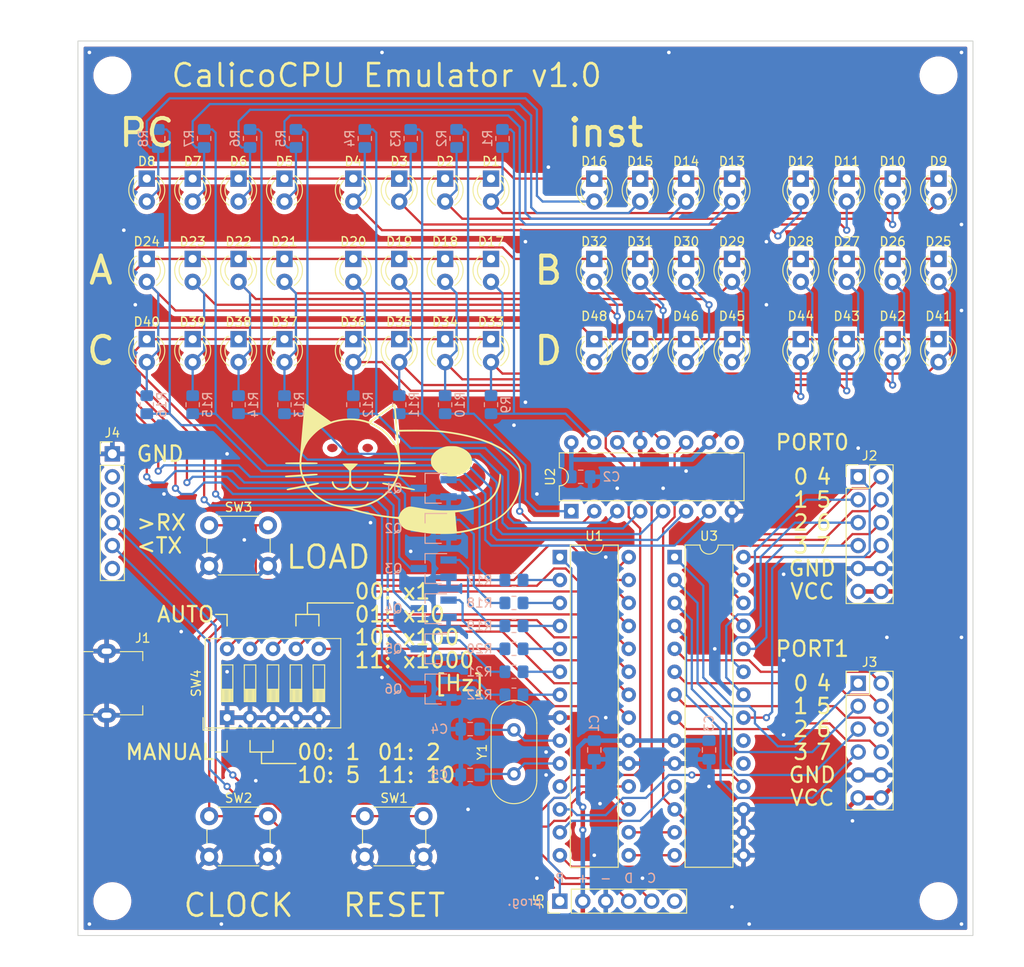
<source format=kicad_pcb>
(kicad_pcb (version 20211014) (generator pcbnew)
  (layers (0 "F.Cu" signal) (31 "B.Cu" signal) (34 "B.Paste" user) (35 "F.Paste" user) (36 "B.SilkS" user "B.Silkscreen") (37 "F.SilkS" user "F.Silkscreen") (38 "B.Mask" user) (39 "F.Mask" user) (44 "Edge.Cuts" user))
  (net 0 "")
  (net 1 "VCC")
  (net 2 "GND")
  (net 3 "Net-(C4-Pad1)")
  (net 4 "Net-(C5-Pad1)")
  (net 5 "Net-(D1-Pad2)")
  (net 6 "Net-(D1-Pad1)")
  (net 7 "Net-(D10-Pad2)")
  (net 8 "Net-(D11-Pad2)")
  (net 9 "Net-(D12-Pad2)")
  (net 10 "Net-(D13-Pad2)")
  (net 11 "Net-(D14-Pad2)")
  (net 12 "Net-(D15-Pad2)")
  (net 13 "Net-(D16-Pad2)")
  (net 14 "Net-(D10-Pad1)")
  (net 15 "Net-(D17-Pad2)")
  (net 16 "Net-(D17-Pad1)")
  (net 17 "Net-(D18-Pad2)")
  (net 18 "Net-(D19-Pad2)")
  (net 19 "Net-(D20-Pad2)")
  (net 20 "Net-(D21-Pad2)")
  (net 21 "Net-(D22-Pad2)")
  (net 22 "Net-(D23-Pad2)")
  (net 23 "Net-(D24-Pad2)")
  (net 24 "Net-(D25-Pad1)")
  (net 25 "Net-(D33-Pad1)")
  (net 26 "Net-(D41-Pad1)")
  (net 27 "/P0_0")
  (net 28 "/P0_1")
  (net 29 "/P0_2")
  (net 30 "/P0_3")
  (net 31 "/P0_4")
  (net 32 "/P0_5")
  (net 33 "/P0_6")
  (net 34 "/P0_7")
  (net 35 "/P1_0")
  (net 36 "/P1_1")
  (net 37 "/P1_2")
  (net 38 "/P1_3")
  (net 39 "/P1_4")
  (net 40 "/P1_5")
  (net 41 "/P1_6")
  (net 42 "/P1_7")
  (net 45 "/RX_IN")
  (net 46 "/TX_OUT")
  (net 48 "Net-(J5-Pad1)")
  (net 49 "/~{LOAD}")
  (net 50 "/~{CLOCK}")
  (net 52 "Net-(Q1-Pad1)")
  (net 53 "Net-(Q2-Pad1)")
  (net 54 "Net-(Q3-Pad1)")
  (net 55 "Net-(Q4-Pad1)")
  (net 56 "Net-(Q5-Pad1)")
  (net 57 "Net-(Q6-Pad1)")
  (net 58 "Net-(R1-Pad1)")
  (net 59 "Net-(R10-Pad1)")
  (net 60 "Net-(R11-Pad1)")
  (net 61 "Net-(R12-Pad1)")
  (net 62 "Net-(R13-Pad1)")
  (net 63 "Net-(R14-Pad1)")
  (net 64 "Net-(R15-Pad1)")
  (net 65 "Net-(R16-Pad1)")
  (net 66 "/led/RA0")
  (net 67 "/led/RA1")
  (net 68 "/led/RA2")
  (net 69 "/led/RA3")
  (net 70 "/led/RA4")
  (net 71 "/led/RA5")
  (net 72 "/~{RESET}")
  (net 73 "Net-(SW4-Pad10)")
  (net 74 "Net-(SW4-Pad9)")
  (net 75 "Net-(SW4-Pad8)")
  (net 76 "Net-(SW4-Pad7)")
  (net 77 "Net-(SW4-Pad6)")
  (net 78 "/LED_LATCH")
  (net 79 "/IO_~{RESET}")
  (net 80 "/IO_~{CS}")
  (net 81 "/SCK")
  (net 82 "/SDI")
  (net 83 "/SDO")
  (footprint "LED_THT:LED_D3.0mm_Clear" (layer "F.Cu") (at 137.16 71.12 -90)
    (fp_text reference "D37")
    (fp_text value "OSR5JA3Z74A")
  )
  (footprint "LED_THT:LED_D3.0mm_Clear" (layer "F.Cu") (at 127 53.34 -90)
    (fp_text reference "D7")
    (fp_text value "OSG5TA3Z74A")
  )
  (footprint "MountingHole:MountingHole_3.2mm_M3" (layer "F.Cu") (at 118.11 41.91)
    (fp_text reference "H1" hide)
    (fp_text value "MountingHole_3.2mm_M3")
  )
  (footprint "Package_DIP:DIP-28_W7.62mm" (layer "F.Cu") (at 180.34 95.25)
    (fp_text reference "U3")
    (fp_text value "MCP23S17_SP")
  )
  (footprint "LED_THT:LED_D3.0mm_Clear" (layer "F.Cu") (at 199.39 71.12 -90)
    (fp_text reference "D43")
    (fp_text value "OSR5JA3Z74A")
  )
  (footprint "LED_THT:LED_D3.0mm_Clear" (layer "F.Cu") (at 121.92 53.34 -90)
    (fp_text reference "D8")
    (fp_text value "OSG5TA3Z74A")
  )
  (footprint "Button_Switch_THT:SW_DIP_SPSTx05_Slide_9.78x14.88mm_W7.62mm_P2.54mm" (layer "F.Cu") (at 130.81 113.03 90)
    (fp_text reference "SW4")
    (fp_text value "SPEED_CONFIG")
  )
  (footprint "LED_THT:LED_D3.0mm_Clear" (layer "F.Cu") (at 194.31 71.12 -90)
    (fp_text reference "D44")
    (fp_text value "OSR5JA3Z74A")
  )
  (footprint "LED_THT:LED_D3.0mm_Clear" (layer "F.Cu") (at 149.86 53.34 -90)
    (fp_text reference "D3")
    (fp_text value "OSG5TA3Z74A")
  )
  (footprint "LED_THT:LED_D3.0mm_Clear" (layer "F.Cu") (at 127 71.12 -90)
    (fp_text reference "D39")
    (fp_text value "OSR5JA3Z74A")
  )
  (footprint "LED_THT:LED_D3.0mm_Clear" (layer "F.Cu") (at 186.69 71.12 -90)
    (fp_text reference "D45")
    (fp_text value "OSR5JA3Z74A")
  )
  (footprint "LED_THT:LED_D3.0mm_Clear" (layer "F.Cu") (at 144.78 71.12 -90)
    (fp_text reference "D36")
    (fp_text value "OSR5JA3Z74A")
  )
  (footprint "LED_THT:LED_D3.0mm_Clear" (layer "F.Cu") (at 181.61 53.34 -90)
    (fp_text reference "D14")
    (fp_text value "OSG5TA3Z74A")
  )
  (footprint "Button_Switch_THT:SW_PUSH_6mm_H5mm" (layer "F.Cu") (at 128.83 91.73)
    (fp_text reference "SW3")
    (fp_text value "LOAD")
  )
  (footprint "MountingHole:MountingHole_3.2mm_M3" (layer "F.Cu") (at 118.11 133.35)
    (fp_text reference "H3" hide)
    (fp_text value "MountingHole_3.2mm_M3")
  )
  (footprint "LED_THT:LED_D3.0mm_Clear" (layer "F.Cu") (at 144.78 62.23 -90)
    (fp_text reference "D20")
    (fp_text value "OSR5JA3Z74A")
  )
  (footprint "LED_THT:LED_D3.0mm_Clear" (layer "F.Cu") (at 160.02 71.12 -90)
    (fp_text reference "D33")
    (fp_text value "OSR5JA3Z74A")
  )
  (footprint "LED_THT:LED_D3.0mm_Clear" (layer "F.Cu") (at 132.08 71.12 -90)
    (fp_text reference "D38")
    (fp_text value "OSR5JA3Z74A")
  )
  (footprint "Connector_PinHeader_2.54mm:PinHeader_1x06_P2.54mm_Vertical" (layer "F.Cu") (at 167.64 133.35 90)
    (fp_text reference "J5")
    (fp_text value "Conn_PIC_ICSP_ICD")
  )
  (footprint "LED_THT:LED_D3.0mm_Clear" (layer "F.Cu") (at 127 62.23 -90)
    (fp_text reference "D23")
    (fp_text value "OSR5JA3Z74A")
  )
  (footprint "Connector_PinHeader_2.54mm:PinHeader_1x06_P2.54mm_Vertical" (layer "F.Cu") (at 118.11 83.82)
    (fp_text reference "J4")
    (fp_text value "UART")
  )
  (footprint "LED_THT:LED_D3.0mm_Clear" (layer "F.Cu") (at 181.61 71.12 -90)
    (fp_text reference "D46")
    (fp_text value "OSR5JA3Z74A")
  )
  (footprint "LED_THT:LED_D3.0mm_Clear" (layer "F.Cu") (at 171.45 62.23 -90)
    (fp_text reference "D32")
    (fp_text value "OSR5JA3Z74A")
  )
  (footprint "LED_THT:LED_D3.0mm_Clear" (layer "F.Cu") (at 154.94 53.34 -90)
    (fp_text reference "D2")
    (fp_text value "OSG5TA3Z74A")
  )
  (footprint "MountingHole:MountingHole_3.2mm_M3" (layer "F.Cu") (at 209.55 41.91)
    (fp_text reference "H2" hide)
    (fp_text value "MountingHole_3.2mm_M3")
  )
  (footprint "LED_THT:LED_D3.0mm_Clear" (layer "F.Cu") (at 194.31 62.23 -90)
    (fp_text reference "D28")
    (fp_text value "OSR5JA3Z74A")
  )
  (footprint "LED_THT:LED_D3.0mm_Clear" (layer "F.Cu") (at 199.39 53.34 -90)
    (fp_text reference "D11")
    (fp_text value "OSG5TA3Z74A")
  )
  (footprint "Package_DIP:DIP-16_W7.62mm" (layer "F.Cu") (at 168.91 90.17 90)
    (fp_text reference "U2")
    (fp_text value "74HC595")
  )
  (footprint "LED_THT:LED_D3.0mm_Clear" (layer "F.Cu") (at 132.08 53.34 -90)
    (fp_text reference "D6")
    (fp_text value "OSG5TA3Z74A")
  )
  (footprint "MyLibrary:USB-MicroB-power" (layer "F.Cu") (at 117.475 109.22 -90)
    (fp_text reference "J1")
    (fp_text value "USB-MicroB-power")
  )
  (footprint "LED_THT:LED_D3.0mm_Clear" (layer "F.Cu") (at 204.47 62.23 -90)
    (fp_text reference "D26")
    (fp_text value "OSR5JA3Z74A")
  )
  (footprint "MountingHole:MountingHole_3.2mm_M3" (layer "F.Cu") (at 209.55 133.35)
    (fp_text reference "H4" hide)
    (fp_text value "MountingHole_3.2mm_M3")
  )
  (footprint "ModifiedKiCadLibrary:PinHeader_2x06_P2.54mm_Vertical_Top_Bottom" (layer "F.Cu") (at 200.655 109.22)
    (fp_text reference "J3")
    (fp_text value "PORT1")
  )
  (footprint "LED_THT:LED_D3.0mm_Clear" (layer "F.Cu") (at 209.55 71.12 -90)
    (fp_text reference "D41")
    (fp_text value "OSR5JA3Z74A")
  )
  (footprint "LED_THT:LED_D3.0mm_Clear" (layer "F.Cu") (at 181.61 62.23 -90)
    (fp_text reference "D30")
    (fp_text value "OSR5JA3Z74A")
  )
  (footprint "LED_THT:LED_D3.0mm_Clear" (layer "F.Cu") (at 121.92 62.23 -90)
    (fp_text reference "D24")
    (fp_text value "OSR5JA3Z74A")
  )
  (footprint "LED_THT:LED_D3.0mm_Clear" (layer "F.Cu") (at 186.69 53.34 -90)
    (fp_text reference "D13")
    (fp_text value "OSG5TA3Z74A")
  )
  (footprint "LED_THT:LED_D3.0mm_Clear" (layer "F.Cu") (at 204.47 53.34 -90)
    (fp_text reference "D10")
    (fp_text value "OSG5TA3Z74A")
  )
  (footprint "LED_THT:LED_D3.0mm_Clear" (layer "F.Cu") (at 186.69 62.23 -90)
    (fp_text reference "D29")
    (fp_text value "OSR5JA3Z74A")
  )
  (footprint "LED_THT:LED_D3.0mm_Clear" (layer "F.Cu") (at 137.16 53.34 -90)
    (fp_text reference "D5")
    (fp_text value "OSG5TA3Z74A")
  )
  (footprint "LED_THT:LED_D3.0mm_Clear" (layer "F.Cu") (at 144.78 53.34 -90)
    (fp_text reference "D4")
    (fp_text value "OSG5TA3Z74A")
  )
  (footprint "LED_THT:LED_D3.0mm_Clear" (layer "F.Cu") (at 176.53 62.23 -90)
    (fp_text reference "D31")
    (fp_text value "OSR5JA3Z74A")
  )
  (footprint "LED_THT:LED_D3.0mm_Clear" (layer "F.Cu") (at 171.45 71.12 -90)
    (fp_text reference "D48")
    (fp_text value "OSR5JA3Z74A")
  )
  (footprint "LED_THT:LED_D3.0mm_Clear" (layer "F.Cu") (at 204.47 71.12 -90)
    (fp_text reference "D42")
    (fp_text value "OSR5JA3Z74A")
  )
  (footprint "LED_THT:LED_D3.0mm_Clear" (layer "F.Cu") (at 154.94 71.12 -90)
    (fp_text reference "D34")
    (fp_text value "OSR5JA3Z74A")
  )
  (footprint "LED_THT:LED_D3.0mm_Clear" (layer "F.Cu") (at 121.92 71.12 -90)
    (fp_text reference "D40")
    (fp_text value "OSR5JA3Z74A")
  )
  (footprint "LED_THT:LED_D3.0mm_Clear" (layer "F.Cu") (at 149.86 62.23 -90)
    (fp_text reference "D19")
    (fp_text value "OSR5JA3Z74A")
  )
  (footprint "Button_Switch_THT:SW_PUSH_6mm_H5mm" (layer "F.Cu") (at 128.83 123.94)
    (fp_text reference "SW2")
    (fp_text value "CLOCK")
  )
  (footprint "LED_THT:LED_D3.0mm_Clear" (layer "F.Cu") (at 149.86 71.12 -90)
    (fp_text reference "D35")
    (fp_text value "OSR5JA3Z74A")
  )
  (footprint "LED_THT:LED_D3.0mm_Clear" (layer "F.Cu") (at 209.55 62.23 -90)
    (fp_text reference "D25")
    (fp_text value "OSR5JA3Z74A")
  )
  (footprint "LED_THT:LED_D3.0mm_Clear" (layer "F.Cu") (at 209.55 53.34 -90)
    (fp_text reference "D9")
    (fp_text value "OSG5TA3Z74A")
  )
  (footprint "LED_THT:LED_D3.0mm_Clear" (layer "F.Cu") (at 154.94 62.23 -90)
    (fp_text reference "D18")
    (fp_text value "OSR5JA3Z74A")
  )
  (footprint "LED_THT:LED_D3.0mm_Clear" (layer "F.Cu") (at 176.53 71.12 -90)
    (fp_text reference "D47")
    (fp_text value "OSR5JA3Z74A")
  )
  (footprint "LED_THT:LED_D3.0mm_Clear" (layer "F.Cu") (at 137.16 62.23 -90)
    (fp_text reference "D21")
    (fp_text value "OSR5JA3Z74A")
  )
  (footprint "LED_THT:LED_D3.0mm_Clear" (layer "F.Cu") (at 194.31 53.34 -90)
    (fp_text reference "D12")
    (fp_text value "OSG5TA3Z74A")
  )
  (footprint "Package_DIP:DIP-28_W7.62mm" (layer "F.Cu") (at 167.64 95.25)
    (fp_text reference "U1")
    (fp_text value "PIC16F1933-I/SP")
  )
  (footprint "Crystal:Crystal_HC49-4H_Vertical" (layer "F.Cu") (at 162.56 114.39 -90)
    (fp_text reference "Y1")
    (fp_text value "8MHz")
  )
  (footprint "LED_THT:LED_D3.0mm_Clear" (layer "F.Cu") (at 171.45 53.34 -90)
    (fp_text reference "D16")
    (fp_text value "OSG5TA3Z74A")
  )
  (footprint "MyLibrary:mikeneko_h20mm" (layer "F.Cu") (at 150.495 85.09)
    (fp_text reference "G***" hide)
    (fp_text value "mikeneko_h20mm" hide)
  )
  (footprint "Button_Switch_THT:SW_PUSH_6mm_H5mm" (layer "F.Cu") (at 146.05 123.94)
    (fp_text reference "SW1")
    (fp_text value "RESET")
  )
  (footprint "LED_THT:LED_D3.0mm_Clear" (layer "F.Cu") (at 160.02 53.34 -90)
    (fp_text reference "D1")
    (fp_text value "OSG5TA3Z74A")
  )
  (footprint "LED_THT:LED_D3.0mm_Clear" (layer "F.Cu") (at 160.02 62.23 -90)
    (fp_text reference "D17")
    (fp_text value "OSR5JA3Z74A")
  )
  (footprint "LED_THT:LED_D3.0mm_Clear" (layer "F.Cu") (at 199.39 62.23 -90)
    (fp_text reference "D27")
    (fp_text value "OSR5JA3Z74A")
  )
  (footprint "LED_THT:LED_D3.0mm_Clear" (layer "F.Cu") (at 176.53 53.34 -90)
    (fp_text reference "D15")
    (fp_text value "OSG5TA3Z74A")
  )
  (footprint "LED_THT:LED_D3.0mm_Clear" (layer "F.Cu") (at 132.08 62.23 -90)
    (fp_text reference "D22")
    (fp_text value "OSR5JA3Z74A")
  )
  (footprint "ModifiedKiCadLibrary:PinHeader_2x06_P2.54mm_Vertical_Top_Bottom" (layer "F.Cu") (at 200.655 86.36)
    (fp_text reference "J2")
    (fp_text value "PORT0")
  )
  (footprint "Capacitor_SMD:C_0805_2012Metric_Pad1.18x1.45mm_HandSolder" (layer "B.Cu") (at 157.7125 114.3 180)
    (fp_text reference "C4")
    (fp_text value "22p")
  )
  (footprint "Capacitor_SMD:C_0805_2012Metric_Pad1.18x1.45mm_HandSolder" (layer "B.Cu") (at 184.15 116.6075 -90)
    (fp_text reference "C3")
    (fp_text value "0.1u")
  )
  (footprint "Resistor_SMD:R_0805_2012Metric_Pad1.20x1.40mm_HandSolder" (layer "B.Cu") (at 144.78 78.375 90)
    (fp_text reference "R12")
    (fp_text value "1k")
  )
  (footprint "Resistor_SMD:R_0805_2012Metric_Pad1.20x1.40mm_HandSolder" (layer "B.Cu") (at 162.56 107.95 180)
    (fp_text reference "R21")
    (fp_text value "10k")
  )
  (footprint "Resistor_SMD:R_0805_2012Metric_Pad1.20x1.40mm_HandSolder" (layer "B.Cu") (at 162.56 110.49 180)
    (fp_text reference "R22")
    (fp_text value "10k")
  )
  (footprint "Resistor_SMD:R_0805_2012Metric_Pad1.20x1.40mm_HandSolder" (layer "B.Cu") (at 146.05 48.895 -90)
    (fp_text reference "R4")
    (fp_text value "10k")
  )
  (footprint "Resistor_SMD:R_0805_2012Metric_Pad1.20x1.40mm_HandSolder" (layer "B.Cu") (at 162.56 102.87 180)
    (fp_text reference "R19")
    (fp_text value "10k")
  )
  (footprint "Resistor_SMD:R_0805_2012Metric_Pad1.20x1.40mm_HandSolder" (layer "B.Cu") (at 123.19 48.895 -90)
    (fp_text reference "R8")
    (fp_text value "10k")
  )
  (footprint "Resistor_SMD:R_0805_2012Metric_Pad1.20x1.40mm_HandSolder" (layer "B.Cu") (at 154.94 78.375 90)
    (fp_text reference "R10")
    (fp_text value "1k")
  )
  (footprint "Resistor_SMD:R_0805_2012Metric_Pad1.20x1.40mm_HandSolder" (layer "B.Cu") (at 132.08 78.375 90)
    (fp_text reference "R14")
    (fp_text value "1k")
  )
  (footprint "Resistor_SMD:R_0805_2012Metric_Pad1.20x1.40mm_HandSolder" (layer "B.Cu") (at 162.56 105.41 180)
    (fp_text reference "R20")
    (fp_text value "10k")
  )
  (footprint "Resistor_SMD:R_0805_2012Metric_Pad1.20x1.40mm_HandSolder" (layer "B.Cu") (at 127 78.375 90)
    (fp_text reference "R15")
    (fp_text value "1k")
  )
  (footprint "Resistor_SMD:R_0805_2012Metric_Pad1.20x1.40mm_HandSolder" (layer "B.Cu") (at 161.29 48.895 -90)
    (fp_text reference "R1")
    (fp_text value "10k")
  )
  (footprint "Capacitor_SMD:C_0805_2012Metric_Pad1.18x1.45mm_HandSolder" (layer "B.Cu") (at 157.7125 119.38 180)
    (fp_text reference "C5")
    (fp_text value "22p")
  )
  (footprint "Package_TO_SOT_SMD:SC-59_Handsoldering" (layer "B.Cu") (at 153.67 96.52 180)
    (fp_text reference "Q3")
    (fp_text value "2SC3325-Y")
  )
  (footprint "Resistor_SMD:R_0805_2012Metric_Pad1.20x1.40mm_HandSolder" (layer "B.Cu") (at 156.21 48.895 -90)
    (fp_text reference "R2")
    (fp_text value "10k")
  )
  (footprint "Package_TO_SOT_SMD:SC-59_Handsoldering" (layer "B.Cu") (at 153.67 100.965 180)
    (fp_text reference "Q4")
    (fp_text value "2SC3325-Y")
  )
  (footprint "Resistor_SMD:R_0805_2012Metric_Pad1.20x1.40mm_HandSolder" (layer "B.Cu") (at 121.92 78.375 90)
    (fp_text reference "R16")
    (fp_text value "1k")
  )
  (footprint "Package_TO_SOT_SMD:SC-59_Handsoldering" (layer "B.Cu") (at 153.67 109.855 180)
    (fp_text reference "Q6")
    (fp_text value "2SC3325-Y")
  )
  (footprint "Package_TO_SOT_SMD:SC-59_Handsoldering" (layer "B.Cu") (at 153.67 92.075 180)
    (fp_text reference "Q2")
    (fp_text value "2SC3325-Y")
  )
  (footprint "Resistor_SMD:R_0805_2012Metric_Pad1.20x1.40mm_HandSolder" (layer "B.Cu") (at 160.02 78.375 90)
    (fp_text reference "R9")
    (fp_text value "1k")
  )
  (footprint "Capacitor_SMD:C_0805_2012Metric_Pad1.18x1.45mm_HandSolder" (layer "B.Cu") (at 169.9475 86.36)
    (fp_text reference "C2")
    (fp_text value "0.1u")
  )
  (footprint "Resistor_SMD:R_0805_2012Metric_Pad1.20x1.40mm_HandSolder" (layer "B.Cu") (at 151.13 48.895 -90)
    (fp_text reference "R3")
    (fp_text value "10k")
  )
  (footprint "Capacitor_SMD:C_0805_2012Metric_Pad1.18x1.45mm_HandSolder" (layer "B.Cu") (at 171.45 116.6075 -90)
    (fp_text reference "C1")
    (fp_text value "0.1u")
  )
  (footprint "Package_TO_SOT_SMD:SC-59_Handsoldering" (layer "B.Cu") (at 153.67 105.41 180)
    (fp_text reference "Q5")
    (fp_text value "2SC3325-Y")
  )
  (footprint "Resistor_SMD:R_0805_2012Metric_Pad1.20x1.40mm_HandSolder" (layer "B.Cu") (at 137.16 78.375 90)
    (fp_text reference "R13")
    (fp_text value "1k")
  )
  (footprint "Resistor_SMD:R_0805_2012Metric_Pad1.20x1.40mm_HandSolder" (layer "B.Cu") (at 162.56 100.33 180)
    (fp_text reference "R18")
    (fp_text value "10k")
  )
  (footprint "Resistor_SMD:R_0805_2012Metric_Pad1.20x1.40mm_HandSolder" (layer "B.Cu") (at 138.43 48.895 -90)
    (fp_text reference "R5")
    (fp_text value "10k")
  )
  (footprint "Resistor_SMD:R_0805_2012Metric_Pad1.20x1.40mm_HandSolder" (layer "B.Cu") (at 149.86 78.375 90)
    (fp_text reference "R11")
    (fp_text value "1k")
  )
  (footprint "Resistor_SMD:R_0805_2012Metric_Pad1.20x1.40mm_HandSolder" (layer "B.Cu") (at 133.35 48.895 -90)
    (fp_text reference "R6")
    (fp_text value "10k")
  )
  (footprint "Resistor_SMD:R_0805_2012Metric_Pad1.20x1.40mm_HandSolder" (layer "B.Cu") (at 162.56 97.79 180)
    (fp_text reference "R17")
    (fp_text value "10k")
  )
  (footprint "Resistor_SMD:R_0805_2012Metric_Pad1.20x1.40mm_HandSolder" (layer "B.Cu") (at 128.27 48.895 -90)
    (fp_text reference "R7")
    (fp_text value "10k")
  )
  (footprint "Package_TO_SOT_SMD:SC-59_Handsoldering" (layer "B.Cu") (at 153.67 87.63 180)
    (fp_text reference "Q1")
    (fp_text value "2SC3325-Y")
  )
  (gr_line (start 139.7 101.6) (end 139.7 100.33) (layer "F.SilkS") (width 0.15))
  (gr_line (start 134.62 116.84) (end 134.62 118.11) (layer "F.SilkS") (width 0.15))
  (gr_line (start 135.89 116.84) (end 135.89 115.57) (layer "F.SilkS") (width 0.15))
  (gr_line (start 130.81 115.57) (end 130.81 116.84) (layer "F.SilkS") (width 0.15))
  (gr_line (start 133.35 116.84) (end 135.89 116.84) (layer "F.SilkS") (width 0.15))
  (gr_line (start 139.7 100.33) (end 144.78 100.33) (layer "F.SilkS") (width 0.15))
  (gr_line (start 138.43 102.87) (end 138.43 101.6) (layer "F.SilkS") (width 0.15))
  (gr_line (start 133.35 115.57) (end 133.35 116.84) (layer "F.SilkS") (width 0.15))
  (gr_line (start 130.81 116.84) (end 129.54 116.84) (layer "F.SilkS") (width 0.15))
  (gr_line (start 140.97 101.6) (end 140.97 102.87) (layer "F.SilkS") (width 0.15))
  (gr_line (start 134.62 118.11) (end 138.43 118.11) (layer "F.SilkS") (width 0.15))
  (gr_line (start 130.81 101.6) (end 129.54 101.6) (layer "F.SilkS") (width 0.15))
  (gr_line (start 138.43 101.6) (end 140.97 101.6) (layer "F.SilkS") (width 0.15))
  (gr_line (start 130.81 102.87) (end 130.81 101.6) (layer "F.SilkS") (width 0.15))
  (gr_rect (start 114.3 38.1) (end 213.36 137.16) (layer "Edge.Cuts") (width 0.1) (fill none))
  (gr_text "D" (at 175.26 130.81) (layer "B.SilkS") (effects (font (size 1 1)) (justify mirror)))
  (gr_text "+" (at 170.18 130.81) (layer "B.SilkS") (effects (font (size 1 1)) (justify mirror)))
  (gr_text "-" (at 172.72 130.81) (layer "B.SilkS") (effects (font (size 1 1)) (justify mirror)))
  (gr_text "prog." (at 165.735 133.35) (layer "B.SilkS") (effects (font (size 1 1)) (justify left mirror)))
  (gr_text "C" (at 177.8 130.81) (layer "B.SilkS") (effects (font (size 1 1)) (justify mirror)))
  (gr_text "P" (at 167.64 130.81) (layer "B.SilkS") (effects (font (size 1 1)) (justify mirror)))
  (gr_text "5" (at 196.85 111.76) (layer "F.SilkS") (effects (font (size 1.7 1.7) (thickness 0.25))))
  (gr_text "2" (at 194.31 114.3) (layer "F.SilkS") (effects (font (size 1.7 1.7) (thickness 0.25))))
  (gr_text "2" (at 194.31 91.44) (layer "F.SilkS") (effects (font (size 1.7 1.7) (thickness 0.25))))
  (gr_text "6" (at 196.85 91.44) (layer "F.SilkS") (effects (font (size 1.7 1.7) (thickness 0.25))))
  (gr_text "4" (at 196.85 86.36) (layer "F.SilkS") (effects (font (size 1.7 1.7) (thickness 0.25))))
  (gr_text "7" (at 196.85 116.84) (layer "F.SilkS") (effects (font (size 1.7 1.7) (thickness 0.25))))
  (gr_text "0" (at 194.31 109.22) (layer "F.SilkS") (effects (font (size 1.7 1.7) (thickness 0.25))))
  (gr_text "3" (at 194.31 116.84) (layer "F.SilkS") (effects (font (size 1.7 1.7) (thickness 0.25))))
  (gr_text "PORT0" (at 195.58 82.55) (layer "F.SilkS") (effects (font (size 1.7 1.7) (thickness 0.25))))
  (gr_text "A" (at 116.84 63.5) (layer "F.SilkS") (effects (font (size 3 3) (thickness 0.45))))
  (gr_text "10: x100" (at 144.78 104.14) (layer "F.SilkS") (effects (font (size 1.7 1.7) (thickness 0.25)) (justify left)))
  (gr_text "VCC" (at 195.58 121.92) (layer "F.SilkS") (effects (font (size 1.7 1.7) (thickness 0.25))))
  (gr_text "6" (at 196.85 114.3) (layer "F.SilkS") (effects (font (size 1.7 1.7) (thickness 0.25))))
  (gr_text "VCC" (at 195.58 99.06) (layer "F.SilkS") (effects (font (size 1.7 1.7) (thickness 0.25))))
  (gr_text "[Hz]" (at 153.67 109.22) (layer "F.SilkS") (effects (font (size 1.7 1.7) (thickness 0.25)) (justify left)))
  (gr_text "1" (at 194.31 88.9) (layer "F.SilkS") (effects (font (size 1.7 1.7) (thickness 0.25))))
  (gr_text "1" (at 194.31 111.76) (layer "F.SilkS") (effects (font (size 1.7 1.7) (thickness 0.25))))
  (gr_text "11: 10" (at 147.32 119.38) (layer "F.SilkS") (effects (font (size 1.7 1.7) (thickness 0.25)) (justify left)))
  (gr_text "MANUAL" (at 129.54 116.84) (layer "F.SilkS") (effects (font (size 1.7 1.7) (thickness 0.25)) (justify right)))
  (gr_text "GND" (at 195.58 119.38) (layer "F.SilkS") (effects (font (size 1.7 1.7) (thickness 0.25))))
  (gr_text ">RX" (at 120.65 91.44) (layer "F.SilkS") (effects (font (size 1.7 1.7) (thickness 0.25)) (justify left)))
  (gr_text "CalicoCPU Emulator v1.0" (at 124.46 41.91) (layer "F.SilkS") (effects (font (size 2.5 2.5) (thickness 0.3)) (justify left)))
  (gr_text "C" (at 116.84 72.39) (layer "F.SilkS") (effects (font (size 3 3) (thickness 0.45))))
  (gr_text "RESET" (at 149.3 133.81) (layer "F.SilkS") (effects (font (size 2.5 2.5) (thickness 0.3))))
  (gr_text "D" (at 166.37 72.39) (layer "F.SilkS") (effects (font (size 3 3) (thickness 0.45))))
  (gr_text "01: 2" (at 147.32 116.84) (layer "F.SilkS") (effects (font (size 1.7 1.7) (thickness 0.25)) (justify left)))
  (gr_text "11: x1000" (at 144.78 106.68) (layer "F.SilkS") (effects (font (size 1.7 1.7) (thickness 0.25)) (justify left)))
  (gr_text "0" (at 194.31 86.36) (layer "F.SilkS") (effects (font (size 1.7 1.7) (thickness 0.25))))
  (gr_text "7" (at 196.85 93.98) (layer "F.SilkS") (effects (font (size 1.7 1.7) (thickness 0.25))))
  (gr_text "GND" (at 195.58 96.52) (layer "F.SilkS") (effects (font (size 1.7 1.7) (thickness 0.25))))
  (gr_text "<TX" (at 120.65 93.98) (layer "F.SilkS") (effects (font (size 1.7 1.7) (thickness 0.25)) (justify left)))
  (gr_text "4" (at 196.85 109.22) (layer "F.SilkS") (effects (font (size 1.7 1.7) (thickness 0.25))))
  (gr_text "PC" (at 121.92 48.26) (layer "F.SilkS") (effects (font (size 3 3) (thickness 0.45))))
  (gr_text "3" (at 194.31 93.98) (layer "F.SilkS") (effects (font (size 1.7 1.7) (thickness 0.25))))
  (gr_text "CLOCK" (at 132.08 133.81) (layer "F.SilkS") (effects (font (size 2.5 2.5) (thickness 0.3))))
  (gr_text "5" (at 196.85 88.9) (layer "F.SilkS") (effects (font (size 1.7 1.7) (thickness 0.25))))
  (gr_text "LOAD" (at 137.16 95.25) (layer "F.SilkS") (effects (font (size 2.5 2.5) (thickness 0.3)) (justify left)))
  (gr_text "B" (at 166.37 63.5) (layer "F.SilkS") (effects (font (size 3 3) (thickness 0.45))))
  (gr_text "10: 5" (at 138.43 119.38) (layer "F.SilkS") (effects (font (size 1.7 1.7) (thickness 0.25)) (justify left)))
  (gr_text "inst" (at 172.72 48.26) (layer "F.SilkS") (effects (font (size 3 3) (thickness 0.45))))
  (gr_text "PORT1" (at 195.58 105.41) (layer "F.SilkS") (effects (font (size 1.7 1.7) (thickness 0.25))))
  (gr_text "00: x1" (at 144.78 99.06) (layer "F.SilkS") (effects (font (size 1.7 1.7) (thickness 0.25)) (justify left)))
  (gr_text "AUTO" (at 129.54 101.6) (layer "F.SilkS") (effects (font (size 1.7 1.7) (thickness 0.25)) (justify right)))
  (gr_text "00: 1" (at 138.43 116.84) (layer "F.SilkS") (effects (font (size 1.7 1.7) (thickness 0.25)) (justify left)))
  (gr_text "01: x10" (at 144.78 101.6) (layer "F.SilkS") (effects (font (size 1.7 1.7) (thickness 0.25)) (justify left)))
  (gr_text "GND" (at 120.65 83.82) (layer "F.SilkS") (effects (font (size 1.7 1.7) (thickness 0.25)) (justify left)))
  (segment (start 170.18 135.255) (end 170.18 133.35) (width 0.5) (layer "F.Cu") (net 1))
  (segment (start 126.365 108.585) (end 126.365 121.285) (width 0.5) (layer "F.Cu") (net 1))
  (segment (start 131.445 135.255) (end 170.18 135.255) (width 0.5) (layer "F.Cu") (net 1))
  (segment (start 184.15 82.55) (end 186.055 80.645) (width 0.5) (layer "F.Cu") (net 1))
  (segment (start 205.105 99.06) (end 203.195 99.06) (width 0.5) (layer "F.Cu") (net 1))
  (segment (start 186.055 80.645) (end 200.025 80.645) (width 0.5) (layer "F.Cu") (net 1))
  (segment (start 170.18 122.936) (end 170.18 125.476) (width 0.5) (layer "F.Cu") (net 1))
  (segment (start 125.73 121.92) (end 125.73 129.54) (width 0.5) (layer "F.Cu") (net 1))
  (segment (start 125.73 129.54) (end 131.445 135.255) (width 0.5) (layer "F.Cu") (net 1))
  (segment (start 123.375 107.92) (end 125.7 107.92) (width 0.5) (layer "F.Cu") (net 1))
  (segment (start 200.025 80.645) (end 205.105 85.725) (width 0.5) (layer "F.Cu") (net 1))
  (segment (start 187.32 135.255) (end 200.655 121.92) (width 0.5) (layer "F.Cu") (net 1))
  (segment (start 125.7 107.92) (end 126.365 108.585) (width 0.5) (layer "F.Cu") (net 1))
  (segment (start 203.195 121.92) (end 205.105 120.01) (width 0.5) (layer "F.Cu") (net 1))
  (segment (start 203.195 99.06) (end 200.655 99.06) (width 0.5) (layer "F.Cu") (net 1))
  (segment (start 200.655 121.92) (end 203.195 121.92) (width 0.5) (layer "F.Cu") (net 1))
  (segment (start 205.105 85.725) (end 205.105 99.06) (width 0.5) (layer "F.Cu") (net 1))
  (segment (start 205.105 120.01) (end 205.105 99.06) (width 0.5) (layer "F.Cu") (net 1))
  (segment (start 126.365 121.285) (end 125.73 121.92) (width 0.5) (layer "F.Cu") (net 1))
  (segment (start 170.18 135.255) (end 187.32 135.255) (width 0.5) (layer "F.Cu") (net 1))
  (via (at 170.18 122.936) (size 0.8) (drill 0.4) (layers "F.Cu" "B.Cu") (net 1))
  (via (at 170.18 125.476) (size 0.8) (drill 0.4) (layers "F.Cu" "B.Cu") (net 1))
  (segment (start 171.45 115.57) (end 175.26 115.57) (width 0.5) (layer "B.Cu") (net 1))
  (segment (start 184.15 82.55) (end 182.245 84.455) (width 0.5) (layer "B.Cu") (net 1))
  (segment (start 169.672 116.332) (end 169.672 122.428) (width 0.5) (layer "B.Cu") (net 1))
  (segment (start 170.18 125.476) (end 170.18 133.35) (width 0.5) (layer "B.Cu") (net 1))
  (segment (start 182.245 84.455) (end 168.91 84.455) (width 0.5) (layer "B.Cu") (net 1))
  (segment (start 168.91 86.36) (end 168.91 84.455) (width 0.5) (layer "B.Cu") (net 1))
  (segment (start 170.434 115.57) (end 169.672 116.332) (width 0.5) (layer "B.Cu") (net 1))
  (segment (start 184.15 115.57) (end 180.34 115.57) (width 0.5) (layer "B.Cu") (net 1))
  (segment (start 168.91 84.455) (end 168.91 82.55) (width 0.5) (layer "B.Cu") (net 1))
  (segment (start 171.45 115.57) (end 170.434 115.57) (width 0.5) (layer "B.Cu") (net 1))
  (segment (start 169.672 122.428) (end 170.18 122.936) (width 0.5) (layer "B.Cu") (net 1))
  (segment (start 175.26 115.57) (end 180.34 115.57) (width 0.5) (layer "B.Cu") (net 1))
  (via (at 192.405 106.68) (size 0.8) (drill 0.4) (layers "F.Cu" "B.Cu") (net 2))
  (via (at 162.56 80.645) (size 0.8) (drill 0.4) (layers "F.Cu" "B.Cu") (net 2))
  (via (at 212.09 39.37) (size 0.8) (drill 0.4) (layers "F.Cu" "B.Cu") (net 2))
  (via (at 132.715 93.345) (size 0.8) (drill 0.4) (layers "F.Cu" "B.Cu") (net 2))
  (via (at 179.705 39.37) (size 0.8) (drill 0.4) (layers "F.Cu" "B.Cu") (net 2))
  (via (at 212.09 67.945) (size 0.8) (drill 0.4) (layers "F.Cu" "B.Cu") (net 2))
  (via (at 192.405 114.935) (size 0.8) (drill 0.4) (layers "F.Cu" "B.Cu") (net 2))
  (via (at 184.785 105.41) (size 0.8) (drill 0.4) (layers "F.Cu" "B.Cu") (net 2))
  (via (at 163.83 60.325) (size 0.8) (drill 0.4) (layers "F.Cu" "B.Cu") (net 2))
  (via (at 186.69 133.985) (size 0.8) (drill 0.4) (layers "F.Cu" "B.Cu") (net 2))
  (via (at 171.45 128.27) (size 0.8) (drill 0.4) (layers "F.Cu" "B.Cu") (net 2))
  (via (at 120.65 67.31) (size 0.8) (drill 0.4) (layers "F.Cu" "B.Cu") (net 2))
  (via (at 212.09 135.89) (size 0.8) (drill 0.4) (layers "F.Cu" "B.Cu") (net 2))
  (via (at 119.38 59.055) (size 0.8) (drill 0.4) (layers "F.Cu" "B.Cu") (net 2))
  (via (at 172.72 95.25) (size 0.8) (drill 0.4) (layers "F.Cu" "B.Cu") (net 2))
  (via (at 165.1 88.265) (size 0.8) (drill 0.4) (layers "F.Cu" "B.Cu") (net 2))
  (via (at 165.1 130.81) (size 0.8) (drill 0.4) (layers "F.Cu" "B.Cu") (net 2))
  (via (at 190.5 67.31) (size 0.8) (drill 0.4) (layers "F.Cu" "B.Cu") (net 2))
  (via (at 130.175 135.89) (size 0.8) (drill 0.4) (layers "F.Cu" "B.Cu") (net 2))
  (via (at 192.405 97.155) (size 0.8) (drill 0.4) (layers "F.Cu" "B.Cu") (net 2))
  (via (at 212.09 58.42) (size 0.8) (drill 0.4) (layers "F.Cu" "B.Cu") (net 2))
  (via (at 166.116 116.84) (size 0.8) (drill 0.4) (layers "F.Cu" "B.Cu") (net 2))
  (via (at 184.15 120.65) (size 0.8) (drill 0.4) (layers "F.Cu" "B.Cu") (net 2))
  (via (at 176.784 130.81) (size 0.8) (drill 0.4) (layers "F.Cu" "B.Cu") (net 2))
  (via (at 172.72 113.03) (size 0.8) (drill 0.4) (layers "F.Cu" "B.Cu") (net 2))
  (via (at 123.825 88.265) (size 0.8) (drill 0.4) (layers "F.Cu" "B.Cu") (net 2))
  (via (at 147.955 39.37) (size 0.8) (drill 0.4) (layers "F.Cu" "B.Cu") (net 2))
  (via (at 200.025 124.46) (size 0.8) (drill 0.4) (layers "F.Cu" "B.Cu") (net 2))
  (via (at 181.61 85.725) (size 0.8) (drill 0.4) (layers "F.Cu" "B.Cu") (net 2))
  (via (at 157.48 123.19) (size 0.8) (drill 0.4) (layers "F.Cu" "B.Cu") (net 2))
  (via (at 188.595 135.89) (size 0.8) (drill 0.4) (layers "F.Cu" "B.Cu") (net 2))
  (via (at 115.57 39.37) (size 0.8) (drill 0.4) (layers "F.Cu" "B.Cu") (net 2))
  (via (at 172.085 122.555) (size 0.8) (drill 0.4) (layers "F.Cu" "B.Cu") (net 2))
  (via (at 163.83 78.105) (size 0.8) (drill 0.4) (layers "F.Cu" "B.Cu") (net 2))
  (via (at 115.57 135.89) (size 0.8) (drill 0.4) (layers "F.Cu" "B.Cu") (net 2))
  (via (at 179.07 87.63) (size 0.8) (drill 0.4) (layers "F.Cu" "B.Cu") (net 2))
  (via (at 166.37 52.07) (size 0.8) (drill 0.4) (layers "F.Cu" "B.Cu") (net 2))
  (via (at 146.685 91.44) (size 0.8) (drill 0.4) (layers "F.Cu" "B.Cu") (net 2))
  (via (at 130.81 83.82) (size 0.8) (drill 0.4) (layers "F.Cu" "B.Cu") (net 2))
  (via (at 212.09 104.14) (size 0.8) (drill 0.4) (layers "F.Cu" "B.Cu") (net 2))
  (via (at 130.81 107.95) (size 0.8) (drill 0.4) (layers "F.Cu" "B.Cu") (net 2))
  (via (at 151.13 94.615) (size 0.8) (drill 0.4) (layers "F.Cu" "B.Cu") (net 2))
  (via (at 125.73 103.505) (size 0.8) (drill 0.4) (layers "F.Cu" "B.Cu") (net 2))
  (via (at 203.835 104.14) (size 0.8) (drill 0.4) (layers "F.Cu" "B.Cu") (net 2))
  (via (at 133.985 120.015) (size 0.8) (drill 0.4) (layers "F.Cu" "B.Cu") (net 2))
  (via (at 173.99 87.63) (size 0.8) (drill 0.4) (layers "F.Cu" "B.Cu") (net 2))
  (via (at 200.66 83.185) (size 0.8) (drill 0.4) (layers "F.Cu" "B.Cu") (net 2))
  (via (at 166.116 119.38) (size 0.8) (drill 0.4) (layers "F.Cu" "B.Cu") (net 2))
  (via (at 190.5 60.325) (size 0.8) (drill 0.4) (layers "F.Cu" "B.Cu") (net 2))
  (via (at 147.955 108.585) (size 0.8) (drill 0.4) (layers "F.Cu" "B.Cu") (net 2))
  (segment (start 163.74 115.57) (end 162.56 114.39) (width 0.25) (layer "B.Cu") (net 3))
  (segment (start 158.84 114.39) (end 158.75 114.3) (width 0.25) (layer "B.Cu") (net 3))
  (segment (start 167.64 115.57) (end 163.74 115.57) (width 0.25) (layer "B.Cu") (net 3))
  (segment (start 162.56 114.39) (end 158.84 114.39) (width 0.25) (layer "B.Cu") (net 3))
  (segment (start 158.86 119.27) (end 158.75 119.38) (width 0.25) (layer "B.Cu") (net 4))
  (segment (start 162.56 119.27) (end 158.86 119.27) (width 0.25) (layer "B.Cu") (net 4))
  (segment (start 167.64 118.11) (end 163.72 118.11) (width 0.25) (layer "B.Cu") (net 4))
  (segment (start 163.72 118.11) (end 162.56 119.27) (width 0.25) (layer "B.Cu") (net 4))
  (segment (start 161.29 57.15) (end 208.28 57.15) (width 0.25) (layer "F.Cu") (net 5))
  (segment (start 160.02 55.88) (end 161.29 57.15) (width 0.25) (layer "F.Cu") (net 5))
  (segment (start 208.28 57.15) (end 209.55 55.88) (width 0.25) (layer "F.Cu") (net 5))
  (segment (start 161.29 54.61) (end 160.02 55.88) (width 0.25) (layer "B.Cu") (net 5))
  (segment (start 161.29 49.895) (end 161.29 54.61) (width 0.25) (layer "B.Cu") (net 5))
  (segment (start 132.08 53.34) (end 137.16 53.34) (width 0.25) (layer "F.Cu") (net 6))
  (segment (start 118.11 57.15) (end 121.92 53.34) (width 0.25) (layer "F.Cu") (net 6))
  (segment (start 160.02 53.34) (end 154.94 53.34) (width 0.25) (layer "F.Cu") (net 6))
  (segment (start 118.11 76.835) (end 118.11 57.15) (width 0.25) (layer "F.Cu") (net 6))
  (segment (start 123.19 81.915) (end 118.11 76.835) (width 0.25) (layer "F.Cu") (net 6))
  (segment (start 127 53.34) (end 132.08 53.34) (width 0.25) (layer "F.Cu") (net 6))
  (segment (start 149.86 53.34) (end 144.78 53.34) (width 0.25) (layer "F.Cu") (net 6))
  (segment (start 123.19 85.725) (end 123.19 81.915) (width 0.25) (layer "F.Cu") (net 6))
  (segment (start 154.94 53.34) (end 149.86 53.34) (width 0.25) (layer "F.Cu") (net 6))
  (segment (start 121.92 53.34) (end 127 53.34) (width 0.25) (layer "F.Cu") (net 6))
  (segment (start 144.78 53.34) (end 137.16 53.34) (width 0.25) (layer "F.Cu") (net 6))
  (via (at 123.19 85.725) (size 0.8) (drill 0.4) (layers "F.Cu" "B.Cu") (net 6))
  (segment (start 152.02 87.63) (end 151.13 87.63) (width 0.25) (layer "B.Cu") (net 6))
  (segment (start 123.825 85.09) (end 123.19 85.725) (width 0.25) (layer "B.Cu") (net 6))
  (segment (start 149.86 86.36) (end 133.35 86.36) (width 0.25) (layer "B.Cu") (net 6))
  (segment (start 133.35 86.36) (end 132.08 85.09) (width 0.25) (layer "B.Cu") (net 6))
  (segment (start 151.13 87.63) (end 149.86 86.36) (width 0.25) (layer "B.Cu") (net 6))
  (segment (start 132.08 85.09) (end 123.825 85.09) (width 0.25) (layer "B.Cu") (net 6))
  (segment (start 156.845 57.785) (end 203.835 57.785) (width 0.25) (layer "F.Cu") (net 7))
  (segment (start 203.835 57.785) (end 204.47 58.42) (width 0.25) (layer "F.Cu") (net 7))
  (segment (start 154.94 55.88) (end 156.845 57.785) (width 0.25) (layer "F.Cu") (net 7))
  (via (at 204.47 58.42) (size 0.8) (drill 0.4) (layers "F.Cu" "B.Cu") (net 7))
  (segment (start 204.47 58.42) (end 204.47 55.88) (width 0.25) (layer "B.Cu") (net 7))
  (segment (start 156.21 49.895) (end 156.21 54.61) (width 0.25) (layer "B.Cu") (net 7))
  (segment (start 156.21 54.61) (end 154.94 55.88) (width 0.25) (layer "B.Cu") (net 7))
  (segment (start 198.755 58.42) (end 199.39 59.055) (width 0.25) (layer "F.Cu") (net 8))
  (segment (start 149.86 55.88) (end 152.4 58.42) (width 0.25) (layer "F.Cu") (net 8))
  (segment (start 152.4 58.42) (end 198.755 58.42) (width 0.25) (layer "F.Cu") (net 8))
  (via (at 199.39 59.055) (size 0.8) (drill 0.4) (layers "F.Cu" "B.Cu") (net 8))
  (segment (start 199.39 59.055) (end 199.39 55.88) (width 0.25) (layer "B.Cu") (net 8))
  (segment (start 151.13 54.61) (end 149.86 55.88) (width 0.25) (layer "B.Cu") (net 8))
  (segment (start 151.13 49.895) (end 151.13 54.61) (width 0.25) (layer "B.Cu") (net 8))
  (segment (start 191.135 59.055) (end 191.77 59.69) (width 0.25) (layer "F.Cu") (net 9))
  (segment (start 147.955 59.055) (end 191.135 59.055) (width 0.25) (layer "F.Cu") (net 9))
  (segment (start 144.78 55.88) (end 147.955 59.055) (width 0.25) (layer "F.Cu") (net 9))
  (via (at 191.77 59.69) (size 0.8) (drill 0.4) (layers "F.Cu" "B.Cu") (net 9))
  (segment (start 146.05 54.61) (end 144.78 55.88) (width 0.25) (layer "B.Cu") (net 9))
  (segment (start 194.31 55.88) (end 194.31 57.15) (width 0.25) (layer "B.Cu") (net 9))
  (segment (start 146.05 49.895) (end 146.05 54.61) (width 0.25) (layer "B.Cu") (net 9))
  (segment (start 194.31 57.15) (end 191.77 59.69) (width 0.25) (layer "B.Cu") (net 9))
  (segment (start 163.83 58.42) (end 163.195 57.785) (width 0.25) (layer "B.Cu") (net 10))
  (segment (start 186.69 55.88) (end 184.15 58.42) (width 0.25) (layer "B.Cu") (net 10))
  (segment (start 137.16 49.53) (end 137.525 49.895) (width 0.25) (layer "B.Cu") (net 10))
  (segment (start 138.43 54.61) (end 137.16 55.88) (width 0.25) (layer "B.Cu") (net 10))
  (segment (start 163.195 57.785) (end 163.195 47.625) (width 0.25) (layer "B.Cu") (net 10))
  (segment (start 184.15 58.42) (end 163.83 58.42) (width 0.25) (layer "B.Cu") (net 10))
  (segment (start 161.925 46.355) (end 137.795 46.355) (width 0.25) (layer "B.Cu") (net 10))
  (segment (start 137.525 49.895) (end 138.43 49.895) (width 0.25) (layer "B.Cu") (net 10))
  (segment (start 163.195 47.625) (end 161.925 46.355) (width 0.25) (layer "B.Cu") (net 10))
  (segment (start 138.43 49.895) (end 138.43 54.61) (width 0.25) (layer "B.Cu") (net 10))
  (segment (start 137.795 46.355) (end 137.16 46.99) (width 0.25) (layer "B.Cu") (net 10))
  (segment (start 137.16 46.99) (end 137.16 49.53) (width 0.25) (layer "B.Cu") (net 10))
  (segment (start 133.35 45.72) (end 132.08 46.99) (width 0.25) (layer "B.Cu") (net 11))
  (segment (start 133.35 49.895) (end 133.35 54.61) (width 0.25) (layer "B.Cu") (net 11))
  (segment (start 162.56 45.72) (end 133.35 45.72) (width 0.25) (layer "B.Cu") (net 11))
  (segment (start 132.08 46.99) (end 132.08 49.53) (width 0.25) (layer "B.Cu") (net 11))
  (segment (start 132.445 49.895) (end 133.35 49.895) (width 0.25) (layer "B.Cu") (net 11))
  (segment (start 164.465 57.785) (end 163.83 57.15) (width 0.25) (layer "B.Cu") (net 11))
  (segment (start 133.35 54.61) (end 132.08 55.88) (width 0.25) (layer "B.Cu") (net 11))
  (segment (start 179.705 57.785) (end 164.465 57.785) (width 0.25) (layer "B.Cu") (net 11))
  (segment (start 163.83 57.15) (end 163.83 46.99) (width 0.25) (layer "B.Cu") (net 11))
  (segment (start 132.08 49.53) (end 132.445 49.895) (width 0.25) (layer "B.Cu") (net 11))
  (segment (start 181.61 55.88) (end 179.705 57.785) (width 0.25) (layer "B.Cu") (net 11))
  (segment (start 163.83 46.99) (end 162.56 45.72) (width 0.25) (layer "B.Cu") (net 11))
  (segment (start 164.465 46.355) (end 163.195 45.085) (width 0.25) (layer "B.Cu") (net 12))
  (segment (start 175.26 57.15) (end 165.1 57.15) (width 0.25) (layer "B.Cu") (net 12))
  (segment (start 127 46.99) (end 127 49.53) (width 0.25) (layer "B.Cu") (net 12))
  (segment (start 128.27 49.895) (end 128.27 54.61) (width 0.25) (layer "B.Cu") (net 12))
  (segment (start 127.365 49.895) (end 128.27 49.895) (width 0.25) (layer "B.Cu") (net 12))
  (segment (start 164.465 56.515) (end 164.465 46.355) (width 0.25) (layer "B.Cu") (net 12))
  (segment (start 176.53 55.88) (end 175.26 57.15) (width 0.25) (layer "B.Cu") (net 12))
  (segment (start 165.1 57.15) (end 164.465 56.515) (width 0.25) (layer "B.Cu") (net 12))
  (segment (start 128.27 54.61) (end 127 55.88) (width 0.25) (layer "B.Cu") (net 12))
  (segment (start 127 49.53) (end 127.365 49.895) (width 0.25) (layer "B.Cu") (net 12))
  (segment (start 128.905 45.085) (end 127 46.99) (width 0.25) (layer "B.Cu") (net 12))
  (segment (start 163.195 45.085) (end 128.905 45.085) (width 0.25) (layer "B.Cu") (net 12))
  (segment (start 122.285 49.895) (end 123.19 49.895) (width 0.25) (layer "B.Cu") (net 13))
  (segment (start 124.46 44.45) (end 121.92 46.99) (width 0.25) (layer "B.Cu") (net 13))
  (segment (start 121.92 46.99) (end 121.92 49.53) (width 0.25) (layer "B.Cu") (net 13))
  (segment (start 171.45 55.88) (end 165.735 55.88) (width 0.25) (layer "B.Cu") (net 13))
  (segment (start 165.1 55.245) (end 165.1 45.72) (width 0.25) (layer "B.Cu") (net 13))
  (segment (start 165.735 55.88) (end 165.1 55.245) (width 0.25) (layer "B.Cu") (net 13))
  (segment (start 123.19 49.895) (end 123.19 54.61) (width 0.25) (layer "B.Cu") (net 13))
  (segment (start 123.19 54.61) (end 121.92 55.88) (width 0.25) (layer "B.Cu") (net 13))
  (segment (start 121.92 49.53) (end 122.285 49.895) (width 0.25) (layer "B.Cu") (net 13))
  (segment (start 163.83 44.45) (end 124.46 44.45) (width 0.25) (layer "B.Cu") (net 13))
  (segment (start 165.1 45.72) (end 163.83 44.45) (width 0.25) (layer "B.Cu") (net 13))
  (segment (start 117.475 77.47) (end 117.475 53.34) (width 0.25) (layer "F.Cu") (net 14))
  (segment (start 209.55 53.34) (end 204.47 53.34) (width 0.25) (layer "F.Cu") (net 14))
  (segment (start 199.39 53.34) (end 194.31 53.34) (width 0.25) (layer "F.Cu") (net 14))
  (segment (start 199.39 53.34) (end 204.47 53.34) (width 0.25) (layer "F.Cu") (net 14))
  (segment (start 181.61 53.34) (end 176.53 53.34) (width 0.25) (layer "F.Cu") (net 14))
  (segment (start 162.56 53.34) (end 161.29 52.07) (width 0.25) (layer "F.Cu") (net 14))
  (segment (start 117.475 53.34) (end 118.745 52.07) (width 0.25) (layer "F.Cu") (net 14))
  (segment (start 121.92 86.36) (end 121.92 81.915) (width 0.25) (layer "F.Cu") (net 14))
  (segment (start 118.745 52.07) (end 161.29 52.07) (width 0.25) (layer "F.Cu") (net 14))
  (segment (start 171.45 53.34) (end 176.53 53.34) (width 0.25) (layer "F.Cu") (net 14))
  (segment (start 194.31 53.34) (end 186.69 53.34) (width 0.25) (layer "F.Cu") (net 14))
  (segment (start 171.45 53.34) (end 162.56 53.34) (width 0.25) (layer "F.Cu") (net 14))
  (segment (start 121.92 81.915) (end 117.475 77.47) (width 0.25) (layer "F.Cu") (net 14))
  (segment (start 181.61 53.34) (end 186.69 53.34) (width 0.25) (layer "F.Cu") (net 14))
  (via (at 121.92 86.36) (size 0.8) (drill 0.4) (layers "F.Cu" "B.Cu") (net 14))
  (segment (start 122.555 86.995) (end 123.825 86.995) (width 0.25) (layer "B.Cu") (net 14))
  (segment (start 150.495 88.265) (end 150.495 91.44) (width 0.25) (layer "B.Cu") (net 14))
  (segment (start 121.92 86.36) (end 122.555 86.995) (width 0.25) (layer "B.Cu") (net 14))
  (segment (start 151.13 92.075) (end 152.02 92.075) (width 0.25) (layer "B.Cu") (net 14))
  (segment (start 131.445 85.725) (end 132.715 86.995) (width 0.25) (layer "B.Cu") (net 14))
  (segment (start 150.495 91.44) (end 151.13 92.075) (width 0.25) (layer "B.Cu") (net 14))
  (segment (start 132.715 86.995) (end 149.225 86.995) (width 0.25) (layer "B.Cu") (net 14))
  (segment (start 125.095 85.725) (end 131.445 85.725) (width 0.25) (layer "B.Cu") (net 14))
  (segment (start 149.225 86.995) (end 150.495 88.265) (width 0.25) (layer "B.Cu") (net 14))
  (segment (start 123.825 86.995) (end 125.095 85.725) (width 0.25) (layer "B.Cu") (net 14))
  (segment (start 161.29 74.93) (end 208.28 74.93) (width 0.25) (layer "F.Cu") (net 15))
  (segment (start 160.02 73.66) (end 161.29 74.93) (width 0.25) (layer "F.Cu") (net 15))
  (segment (start 208.28 74.93) (end 209.55 73.66) (width 0.25) (layer "F.Cu") (net 15))
  (segment (start 160.02 64.77) (end 161.29 66.04) (width 0.25) (layer "B.Cu") (net 15))
  (segment (start 161.29 66.04) (end 161.29 72.39) (width 0.25) (layer "B.Cu") (net 15))
  (segment (start 210.82 66.04) (end 210.82 72.39) (width 0.25) (layer "B.Cu") (net 15))
  (segment (start 210.82 72.39) (end 209.55 73.66) (width 0.25) (layer "B.Cu") (net 15))
  (segment (start 161.29 72.39) (end 160.02 73.66) (width 0.25) (layer "B.Cu") (net 15))
  (segment (start 160.02 73.66) (end 160.02 77.105) (width 0.25) (layer "B.Cu") (net 15))
  (segment (start 209.55 64.77) (end 210.82 66.04) (width 0.25) (layer "B.Cu") (net 15))
  (segment (start 126.365 82.55) (end 119.38 75.565) (width 0.25) (layer "F.Cu") (net 16))
  (segment (start 137.16 62.23) (end 144.78 62.23) (width 0.25) (layer "F.Cu") (net 16))
  (segment (start 119.38 64.77) (end 121.92 62.23) (width 0.25) (layer "F.Cu") (net 16))
  (segment (start 144.78 62.23) (end 149.86 62.23) (width 0.25) (layer "F.Cu") (net 16))
  (segment (start 127 62.23) (end 132.08 62.23) (width 0.25) (layer "F.Cu") (net 16))
  (segment (start 132.08 62.23) (end 137.16 62.23) (width 0.25) (layer "F.Cu") (net 16))
  (segment (start 154.94 62.23) (end 149.86 62.23) (width 0.25) (layer "F.Cu") (net 16))
  (segment (start 126.365 86.995) (end 126.365 82.55) (width 0.25) (layer "F.Cu") (net 16))
  (segment (start 119.38 75.565) (end 119.38 64.77) (width 0.25) (layer "F.Cu") (net 16))
  (segment (start 154.94 62.23) (end 160.02 62.23) (width 0.25) (layer "F.Cu") (net 16))
  (segment (start 121.92 62.23) (end 127 62.23) (width 0.25) (layer "F.Cu") (net 16))
  (via (at 126.365 86.995) (size 0.8) (drill 0.4) (layers "F.Cu" "B.Cu") (net 16))
  (segment (start 151.13 96.52) (end 152.02 96.52) (width 0.25) (layer "B.Cu") (net 16))
  (segment (start 130.81 86.36) (end 132.08 87.63) (width 0.25) (layer "B.Cu") (net 16))
  (segment (start 132.08 87.63) (end 148.59 87.63) (width 0.25) (layer "B.Cu") (net 16))
  (segment (start 127 86.36) (end 130.81 86.36) (width 0.25) (layer "B.Cu") (net 16))
  (segment (start 149.86 95.25) (end 151.13 96.52) (width 0.25) (layer "B.Cu") (net 16))
  (segment (start 149.86 88.9) (end 149.86 95.25) (width 0.25) (layer "B.Cu") (net 16))
  (segment (start 126.365 86.995) (end 127 86.36) (width 0.25) (layer "B.Cu") (net 16))
  (segment (start 148.59 87.63) (end 149.86 88.9) (width 0.25) (layer "B.Cu") (net 16))
  (segment (start 203.835 75.565) (end 204.47 76.2) (width 0.25) (layer "F.Cu") (net 17))
  (segment (start 154.94 73.66) (end 156.845 75.565) (width 0.25) (layer "F.Cu") (net 17))
  (segment (start 156.845 75.565) (end 203.835 75.565) (width 0.25) (layer "F.Cu") (net 17))
  (via (at 204.47 76.2) (size 0.8) (drill 0.4) (layers "F.Cu" "B.Cu") (net 17))
  (segment (start 204.47 64.77) (end 205.74 66.04) (width 0.25) (layer "B.Cu") (net 17))
  (segment (start 205.74 66.04) (end 205.74 72.39) (width 0.25) (layer "B.Cu") (net 17))
  (segment (start 156.21 72.39) (end 154.94 73.66) (width 0.25) (layer "B.Cu") (net 17))
  (segment (start 154.94 64.77) (end 156.21 66.04) (width 0.25) (layer "B.Cu") (net 17))
  (segment (start 204.47 76.2) (end 204.47 73.66) (width 0.25) (layer "B.Cu") (net 17))
  (segment (start 154.94 77.375) (end 154.94 73.66) (width 0.25) (layer "B.Cu") (net 17))
  (segment (start 156.21 66.04) (end 156.21 72.39) (width 0.25) (layer "B.Cu") (net 17))
  (segment (start 205.74 72.39) (end 204.47 73.66) (width 0.25) (layer "B.Cu") (net 17))
  (segment (start 149.86 73.66) (end 152.4 76.2) (width 0.25) (layer "F.Cu") (net 18))
  (segment (start 152.4 76.2) (end 198.755 76.2) (width 0.25) (layer "F.Cu") (net 18))
  (segment (start 198.755 76.2) (end 199.39 76.835) (width 0.25) (layer "F.Cu") (net 18))
  (via (at 199.39 76.835) (size 0.8) (drill 0.4) (layers "F.Cu" "B.Cu") (net 18))
  (segment (start 199.39 64.77) (end 200.66 66.04) (width 0.25) (layer "B.Cu") (net 18))
  (segment (start 200.66 72.39) (end 199.39 73.66) (width 0.25) (layer "B.Cu") (net 18))
  (segment (start 149.86 64.77) (end 151.13 66.04) (width 0.25) (layer "B.Cu") (net 18))
  (segment (start 151.13 72.39) (end 149.86 73.66) (width 0.25) (layer "B.Cu") (net 18))
  (segment (start 149.86 73.66) (end 149.86 77.375) (width 0.25) (layer "B.Cu") (net 18))
  (segment (start 199.39 76.835) (end 199.39 73.66) (width 0.25) (layer "B.Cu") (net 18))
  (segment (start 200.66 66.04) (end 200.66 72.39) (width 0.25) (layer "B.Cu") (net 18))
  (segment (start 151.13 66.04) (end 151.13 72.39) (width 0.25) (layer "B.Cu") (net 18))
  (segment (start 193.675 76.835) (end 194.31 77.47) (width 0.25) (layer "F.Cu") (net 19))
  (segment (start 144.78 73.66) (end 147.955 73.66) (width 0.25) (layer "F.Cu") (net 19))
  (segment (start 147.955 73.66) (end 151.13 76.835) (width 0.25) (layer "F.Cu") (net 19))
  (segment (start 151.13 76.835) (end 193.675 76.835) (width 0.25) (layer "F.Cu") (net 19))
  (via (at 194.31 77.47) (size 0.8) (drill 0.4) (layers "F.Cu" "B.Cu") (net 19))
  (segment (start 144.78 64.77) (end 146.05 66.04) (width 0.25) (layer "B.Cu") (net 19))
  (segment (start 146.05 72.39) (end 144.78 73.66) (width 0.25) (layer "B.Cu") (net 19))
  (segment (start 144.78 77.375) (end 144.78 73.66) (width 0.25) (layer "B.Cu") (net 19))
  (segment (start 194.31 77.47) (end 194.31 73.66) (width 0.25) (layer "B.Cu") (net 19))
  (segment (start 194.31 64.77) (end 195.58 66.04) (width 0.25) (layer "B.Cu") (net 19))
  (segment (start 146.05 66.04) (end 146.05 72.39) (width 0.25) (layer "B.Cu") (net 19))
  (segment (start 195.58 72.39) (end 194.31 73.66) (width 0.25) (layer "B.Cu") (net 19))
  (segment (start 195.58 66.04) (end 195.58 72.39) (width 0.25) (layer "B.Cu") (net 19))
  (segment (start 138.43 66.04) (end 185.42 66.04) (width 0.25) (layer "F.Cu") (net 20))
  (segment (start 137.16 64.77) (end 138.43 66.04) (width 0.25) (layer "F.Cu") (net 20))
  (segment (start 185.42 66.04) (end 186.69 64.77) (width 0.25) (layer "F.Cu") (net 20))
  (segment (start 186.69 64.77) (end 187.96 66.04) (width 0.25) (layer "B.Cu") (net 20))
  (segment (start 187.96 72.39) (end 186.69 73.66) (width 0.25) (layer "B.Cu") (net 20))
  (segment (start 187.96 66.04) (end 187.96 72.39) (width 0.25) (layer "B.Cu") (net 20))
  (segment (start 138.43 66.04) (end 138.43 72.39) (width 0.25) (layer "B.Cu") (net 20))
  (segment (start 137.16 64.77) (end 138.43 66.04) (width 0.25) (layer "B.Cu") (net 20))
  (segment (start 137.16 73.66) (end 137.16 77.375) (width 0.25) (layer "B.Cu") (net 20))
  (segment (start 138.43 72.39) (end 137.16 73.66) (width 0.25) (layer "B.Cu") (net 20))
  (segment (start 133.985 66.675) (end 132.08 64.77) (width 0.25) (layer "F.Cu") (net 21))
  (segment (start 184.15 67.31) (end 183.515 66.675) (width 0.25) (layer "F.Cu") (net 21))
  (segment (start 183.515 66.675) (end 133.985 66.675) (width 0.25) (layer "F.Cu") (net 21))
  (via (at 184.15 67.31) (size 0.8) (drill 0.4) (layers "F.Cu" "B.Cu") (net 21))
  (segment (start 133.35 66.04) (end 133.35 72.39) (width 0.25) (layer "B.Cu") (net 21))
  (segment (start 184.15 71.12) (end 181.61 73.66) (width 0.25) (layer "B.Cu") (net 21))
  (segment (start 184.15 67.31) (end 184.15 71.12) (width 0.25) (layer "B.Cu") (net 21))
  (segment (start 181.61 64.77) (end 184.15 67.31) (width 0.25) (layer "B.Cu") (net 21))
  (segment (start 133.35 72.39) (end 132.08 73.66) (width 0.25) (layer "B.Cu") (net 21))
  (segment (start 132.08 73.66) (end 132.08 77.375) (width 0.25) (layer "B.Cu") (net 21))
  (segment (start 132.08 64.77) (end 133.35 66.04) (width 0.25) (layer "B.Cu") (net 21))
  (segment (start 127 64.77) (end 129.54 67.31) (width 0.25) (layer "F.Cu") (net 22))
  (segment (start 178.435 67.31) (end 179.07 67.945) (width 0.25) (layer "F.Cu") (net 22))
  (segment (start 129.54 67.31) (end 178.435 67.31) (width 0.25) (layer "F.Cu") (net 22))
  (via (at 179.07 67.945) (size 0.8) (drill 0.4) (layers "F.Cu" "B.Cu") (net 22))
  (segment (start 127 73.66) (end 127 77.375) (width 0.25) (layer "B.Cu") (net 22))
  (segment (start 128.27 66.04) (end 128.27 72.39) (width 0.25) (layer "B.Cu") (net 22))
  (segment (start 127 64.77) (end 128.27 66.04) (width 0.25) (layer "B.Cu") (net 22))
  (segment (start 179.07 71.12) (end 176.53 73.66) (width 0.25) (layer "B.Cu") (net 22))
  (segment (start 176.53 64.77) (end 179.07 67.31) (width 0.25) (layer "B.Cu") (net 22))
  (segment (start 179.07 67.31) (end 179.07 71.12) (width 0.25) (layer "B.Cu") (net 22))
  (segment (start 128.27 72.39) (end 127 73.66) (width 0.25) (layer "B.Cu") (net 22))
  (segment (start 121.92 64.77) (end 125.095 67.945) (width 0.25) (layer "F.Cu") (net 23))
  (segment (start 125.095 67.945) (end 173.355 67.945) (width 0.25) (layer "F.Cu") (net 23))
  (segment (start 173.355 67.945) (end 173.99 68.58) (width 0.25) (layer "F.Cu") (net 23))
  (via (at 173.99 68.58) (size 0.8) (drill 0.4) (layers "F.Cu" "B.Cu") (net 23))
  (segment (start 123.19 66.04) (end 123.19 72.39) (width 0.25) (layer "B.Cu") (net 23))
  (segment (start 173.99 71.12) (end 171.45 73.66) (width 0.25) (layer "B.Cu") (net 23))
  (segment (start 121.92 64.77) (end 123.19 66.04) (width 0.25) (layer "B.Cu") (net 23))
  (segment (start 173.99 67.31) (end 173.99 71.12) (width 0.25) (layer "B.Cu") (net 23))
  (segment (start 121.92 73.66) (end 121.92 77.375) (width 0.25) (layer "B.Cu") (net 23))
  (segment (start 171.45 64.77) (end 173.99 67.31) (width 0.25) (layer "B.Cu") (net 23))
  (segment (start 123.19 72.39) (end 121.92 73.66) (width 0.25) (layer "B.Cu") (net 23))
  (segment (start 120.65 60.96) (end 161.29 60.96) (width 0.25) (layer "F.Cu") (net 24))
  (segment (start 171.45 62.23) (end 176.53 62.23) (width 0.25) (layer "F.Cu") (net 24))
  (segment (start 118.745 76.2) (end 118.745 62.865) (width 0.25) (layer "F.Cu") (net 24))
  (segment (start 176.53 62.23) (end 181.61 62.23) (width 0.25) (layer "F.Cu") (net 24))
  (segment (start 186.69 62.23) (end 194.31 62.23) (width 0.25) (layer "F.Cu") (net 24))
  (segment (start 194.31 62.23) (end 199.39 62.23) (width 0.25) (layer "F.Cu") (net 24))
  (segment (start 162.56 62.23) (end 161.29 60.96) (width 0.25) (layer "F.Cu") (net 24))
  (segment (start 125.095 82.55) (end 118.745 76.2) (width 0.25) (layer "F.Cu") (net 24))
  (segment (start 171.45 62.23) (end 162.56 62.23) (width 0.25) (layer "F.Cu") (net 24))
  (segment (start 204.47 62.23) (end 199.39 62.23) (width 0.25) (layer "F.Cu") (net 24))
  (segment (start 118.745 62.865) (end 120.65 60.96) (width 0.25) (layer "F.Cu") (net 24))
  (segment (start 186.69 62.23) (end 181.61 62.23) (width 0.25) (layer "F.Cu") (net 24))
  (segment (start 125.095 87.63) (end 125.095 82.55) (width 0.25) (layer "F.Cu") (net 24))
  (segment (start 209.55 62.23) (end 204.47 62.23) (width 0.25) (layer "F.Cu") (net 24))
  (via (at 125.095 87.63) (size 0.8) (drill 0.4) (layers "F.Cu" "B.Cu") (net 24))
  (segment (start 125.73 88.265) (end 127 88.265) (width 0.25) (layer "B.Cu") (net 24))
  (segment (start 131.445 88.265) (end 147.955 88.265) (width 0.25) (layer "B.Cu") (net 24))
  (segment (start 130.175 86.995) (end 131.445 88.265) (width 0.25) (layer "B.Cu") (net 24))
  (segment (start 147.955 88.265) (end 149.225 89.535) (width 0.25) (layer "B.Cu") (net 24))
  (segment (start 149.225 89.535) (end 149.225 99.06) (width 0.25) (layer "B.Cu") (net 24))
  (segment (start 149.225 99.06) (end 151.13 100.965) (width 0.25) (layer "B.Cu") (net 24))
  (segment (start 127 88.265) (end 128.27 86.995) (width 0.25) (layer "B.Cu") (net 24))
  (segment (start 125.095 87.63) (end 125.73 88.265) (width 0.25) (layer "B.Cu") (net 24))
  (segment (start 151.13 100.965) (end 152.02 100.965) (width 0.25) (layer "B.Cu") (net 24))
  (segment (start 128.27 86.995) (end 130.175 86.995) (width 0.25) (layer "B.Cu") (net 24))
  (segment (start 137.16 71.12) (end 132.08 71.12) (width 0.25) (layer "F.Cu") (net 25))
  (segment (start 144.78 71.12) (end 137.16 71.12) (width 0.25) (layer "F.Cu") (net 25))
  (segment (start 149.86 71.12) (end 144.78 71.12) (width 0.25) (layer "F.Cu") (net 25))
  (segment (start 129.54 88.265) (end 129.54 83.185) (width 0.25) (layer "F.Cu") (net 25))
  (segment (start 132.08 71.12) (end 127 71.12) (width 0.25) (layer "F.Cu") (net 25))
  (segment (start 160.02 71.12) (end 154.94 71.12) (width 0.25) (layer "F.Cu") (net 25))
  (segment (start 120.65 72.39) (end 121.92 71.12) (width 0.25) (layer "F.Cu") (net 25))
  (segment (start 127 71.12) (end 121.92 71.12) (width 0.25) (layer "F.Cu") (net 25))
  (segment (start 120.65 74.295) (end 120.65 72.39) (width 0.25) (layer "F.Cu") (net 25))
  (segment (start 129.54 83.185) (end 120.65 74.295) (width 0.25) (layer "F.Cu") (net 25))
  (segment (start 154.94 71.12) (end 149.86 71.12) (width 0.25) (layer "F.Cu") (net 25))
  (via (at 129.54 88.265) (size 0.8) (drill 0.4) (layers "F.Cu" "B.Cu") (net 25))
  (segment (start 147.32 88.9) (end 148.59 90.17) (width 0.25) (layer "B.Cu") (net 25))
  (segment (start 130.175 88.9) (end 147.32 88.9) (width 0.25) (layer "B.Cu") (net 25))
  (segment (start 151.13 105.41) (end 152.02 105.41) (width 0.25) (layer "B.Cu") (net 25))
  (segment (start 148.59 102.87) (end 151.13 105.41) (width 0.25) (layer "B.Cu") (net 25))
  (segment (start 129.54 88.265) (end 130.175 88.9) (width 0.25) (layer "B.Cu") (net 25))
  (segment (start 148.59 90.17) (end 148.59 102.87) (width 0.25) (layer "B.Cu") (net 25))
  (segment (start 209.55 71.12) (end 204.47 71.12) (width 0.25) (layer "F.Cu") (net 26))
  (segment (start 181.61 71.12) (end 176.53 71.12) (width 0.25) (layer "F.Cu") (net 26))
  (segment (start 176.53 71.12) (end 171.45 71.12) (width 0.25) (layer "F.Cu") (net 26))
  (segment (start 128.27 83.185) (end 120.015 74.93) (width 0.25) (layer "F.Cu") (net 26))
  (segment (start 120.65 69.85) (end 170.18 69.85) (width 0.25) (layer "F.Cu") (net 26))
  (segment (start 204.47 71.12) (end 199.39 71.12) (width 0.25) (layer "F.Cu") (net 26))
  (segment (start 199.39 71.12) (end 194.31 71.12) (width 0.25) (layer "F.Cu") (net 26))
  (segment (start 170.18 69.85) (end 171.45 71.12) (width 0.25) (layer "F.Cu") (net 26))
  (segment (start 186.69 71.12) (end 181.61 71.12) (width 0.25) (layer "F.Cu") (net 26))
  (segment (start 194.31 71.12) (end 186.69 71.12) (width 0.25) (layer "F.Cu") (net 26))
  (segment (start 120.015 74.93) (end 120.015 70.485) (width 0.25) (layer "F.Cu") (net 26))
  (segment (start 128.27 88.9) (end 128.27 83.185) (width 0.25) (layer "F.Cu") (net 26))
  (segment (start 120.015 70.485) (end 120.65 69.85) (width 0.25) (layer "F.Cu") (net 26))
  (via (at 128.27 88.9) (size 0.8) (drill 0.4) (layers "F.Cu" "B.Cu") (net 26))
  (segment (start 128.905 89.535) (end 146.685 89.535) (width 0.25) (layer "B.Cu") (net 26))
  (segment (start 147.955 90.805) (end 147.955 106.68) (width 0.25) (layer "B.Cu") (net 26))
  (segment (start 151.13 109.855) (end 152.02 109.855) (width 0.25) (layer "B.Cu") (net 26))
  (segment (start 128.27 88.9) (end 128.905 89.535) (width 0.25) (layer "B.Cu") (net 26))
  (segment (start 147.955 106.68) (end 151.13 109.855) (width 0.25) (layer "B.Cu") (net 26))
  (segment (start 146.685 89.535) (end 147.955 90.805) (width 0.25) (layer "B.Cu") (net 26))
  (segment (start 187.96 113.03) (end 190.5 113.03) (width 0.25) (layer "F.Cu") (net 27))
  (via (at 190.5 113.03) (size 0.8) (drill 0.4) (layers "F.Cu" "B.Cu") (net 27))
  (segment (start 201.295 95.25) (end 201.93 94.615) (width 0.25) (layer "B.Cu") (net 27))
  (segment (start 190.5 113.03) (end 191.135 112.395) (width 0.25) (layer "B.Cu") (net 27))
  (segment (start 191.135 112.395) (end 191.135 96.52) (width 0.25) (layer "B.Cu") (net 27))
  (segment (start 192.405 95.25) (end 201.295 95.25) (width 0.25) (layer "B.Cu") (net 27))
  (segment (start 201.93 94.615) (end 201.93 87.635) (width 0.25) (layer "B.Cu") (net 27))
  (segment (start 191.135 96.52) (end 192.405 95.25) (width 0.25) (layer "B.Cu") (net 27))
  (segment (start 201.93 87.635) (end 200.655 86.36) (width 0.25) (layer "B.Cu") (net 27))
  (segment (start 186.055 108.585) (end 186.055 102.87) (width 0.25) (layer "B.Cu") (net 28))
  (segment (start 188.595 101.6) (end 189.23 100.965) (width 0.25) (layer "B.Cu") (net 28))
  (segment (start 194.945 88.9) (end 200.655 88.9) (width 0.25) (layer "B.Cu") (net 28))
  (segment (start 187.325 101.6) (end 188.595 101.6) (width 0.25) (layer "B.Cu") (net 28))
  (segment (start 187.96 110.49) (end 186.055 108.585) (width 0.25) (layer "B.Cu") (net 28))
  (segment (start 189.23 100.965) (end 189.23 94.615) (width 0.25) (layer "B.Cu") (net 28))
  (segment (start 186.055 102.87) (end 187.325 101.6) (width 0.25) (layer "B.Cu") (net 28))
  (segment (start 189.23 94.615) (end 194.945 88.9) (width 0.25) (layer "B.Cu") (net 28))
  (segment (start 189.865 95.25) (end 193.675 91.44) (width 0.25) (layer "B.Cu") (net 29))
  (segment (start 186.69 106.68) (end 186.69 104.775) (width 0.25) (layer "B.Cu") (net 29))
  (segment (start 187.96 107.95) (end 186.69 106.68) (width 0.25) (layer "B.Cu") (net 29))
  (segment (start 189.865 102.87) (end 189.865 95.25) (width 0.25) (layer "B.Cu") (net 29))
  (segment (start 188.595 104.14) (end 189.865 102.87) (width 0.25) (layer "B.Cu") (net 29))
  (segment (start 193.675 91.44) (end 200.655 91.44) (width 0.25) (layer "B.Cu") (net 29))
  (segment (start 187.325 104.14) (end 188.595 104.14) (width 0.25) (layer "B.Cu") (net 29))
  (segment (start 186.69 104.775) (end 187.325 104.14) (width 0.25) (layer "B.Cu") (net 29))
  (segment (start 190.5 104.135) (end 190.5 95.885) (width 0.25) (layer "B.Cu") (net 30))
  (segment (start 187.96 105.41) (end 189.225 105.41) (width 0.25) (layer "B.Cu") (net 30))
  (segment (start 190.5 95.885) (end 192.405 93.98) (width 0.25) (layer "B.Cu") (net 30))
  (segment (start 192.405 93.98) (end 200.655 93.98) (width 0.25) (layer "B.Cu") (net 30))
  (segment (start 189.225 105.41) (end 190.5 104.135) (width 0.25) (layer "B.Cu") (net 30))
  (segment (start 187.96 102.87) (end 185.42 100.33) (width 0.25) (layer "F.Cu") (net 31))
  (segment (start 185.42 93.345) (end 186.055 92.71) (width 0.25) (layer "F.Cu") (net 31))
  (segment (start 194.945 92.71) (end 200.025 87.63) (width 0.25) (layer "F.Cu") (net 31))
  (segment (start 185.42 100.33) (end 185.42 93.345) (width 0.25) (layer "F.Cu") (net 31))
  (segment (start 200.025 87.63) (end 201.925 87.63) (width 0.25) (layer "F.Cu") (net 31))
  (segment (start 201.925 87.63) (end 203.195 86.36) (width 0.25) (layer "F.Cu") (net 31))
  (segment (start 186.055 92.71) (end 194.945 92.71) (width 0.25) (layer "F.Cu") (net 31))
  (segment (start 186.055 93.98) (end 186.69 93.345) (width 0.25) (layer "F.Cu") (net 32))
  (segment (start 200.025 90.17) (end 201.925 90.17) (width 0.25) (layer "F.Cu") (net 32))
  (segment (start 186.055 98.425) (end 186.055 93.98) (width 0.25) (layer "F.Cu") (net 32))
  (segment (start 196.85 93.345) (end 200.025 90.17) (width 0.25) (layer "F.Cu") (net 32))
  (segment (start 187.96 100.33) (end 186.055 98.425) (width 0.25) (layer "F.Cu") (net 32))
  (segment (start 186.69 93.345) (end 196.85 93.345) (width 0.25) (layer "F.Cu") (net 32))
  (segment (start 201.925 90.17) (end 203.195 88.9) (width 0.25) (layer "F.Cu") (net 32))
  (segment (start 201.925 92.71) (end 203.195 91.44) (width 0.25) (layer "F.Cu") (net 33))
  (segment (start 198.755 93.98) (end 200.025 92.71) (width 0.25) (layer "F.Cu") (net 33))
  (segment (start 200.025 92.71) (end 201.925 92.71) (width 0.25) (layer "F.Cu") (net 33))
  (segment (start 186.69 96.52) (end 186.69 94.615) (width 0.25) (layer "F.Cu") (net 33))
  (segment (start 186.69 94.615) (end 187.325 93.98) (width 0.25) (layer "F.Cu") (net 33))
  (segment (start 187.325 93.98) (end 198.755 93.98) (width 0.25) (layer "F.Cu") (net 33))
  (segment (start 187.96 97.79) (end 186.69 96.52) (width 0.25) (layer "F.Cu") (net 33))
  (segment (start 187.96 95.25) (end 201.925 95.25) (width 0.25) (layer "F.Cu") (net 34))
  (segment (start 201.925 95.25) (end 203.195 93.98) (width 0.25) (layer "F.Cu") (net 34))
  (segment (start 189.23 113.665) (end 189.23 112.395) (width 0.25) (layer "B.Cu") (net 35))
  (segment (start 193.675 116.205) (end 191.77 116.205) (width 0.25) (layer "B.Cu") (net 35))
  (segment (start 186.69 111.76) (end 183.515 108.585) (width 0.25) (layer "B.Cu") (net 35))
  (segment (start 198.115 111.76) (end 198.115 111.765) (width 0.25) (layer "B.Cu") (net 35))
  (segment (start 188.595 111.76) (end 186.69 111.76) (width 0.25) (layer "B.Cu") (net 35))
  (segment (start 183.515 98.425) (end 180.34 95.25) (width 0.25) (layer "B.Cu") (net 35))
  (segment (start 189.23 112.395) (end 188.595 111.76) (width 0.25) (layer "B.Cu") (net 35))
  (segment (start 198.115 111.765) (end 193.675 116.205) (width 0.25) (layer "B.Cu") (net 35))
  (segment (start 200.655 109.22) (end 198.115 111.76) (width 0.25) (layer "B.Cu") (net 35))
  (segment (start 183.515 108.585) (end 183.515 98.425) (width 0.25) (layer "B.Cu") (net 35))
  (segment (start 189.23 113.665) (end 191.77 116.205) (width 0.25) (layer "B.Cu") (net 35))
  (segment (start 182.88 100.33) (end 182.88 109.22) (width 0.25) (layer "B.Cu") (net 36))
  (segment (start 186.69 116.205) (end 187.325 116.84) (width 0.25) (layer "B.Cu") (net 36))
  (segment (start 186.69 113.03) (end 186.69 116.205) (width 0.25) (layer "B.Cu") (net 36))
  (segment (start 182.88 109.22) (end 186.69 113.03) (width 0.25) (layer "B.Cu") (net 36))
  (segment (start 187.325 116.84) (end 195.575 116.84) (width 0.25) (layer "B.Cu") (net 36))
  (segment (start 180.34 97.79) (end 182.88 100.33) (width 0.25) (layer "B.Cu") (net 36))
  (segment (start 195.575 116.84) (end 200.655 111.76) (width 0.25) (layer "B.Cu") (net 36))
  (segment (start 182.245 102.235) (end 182.245 109.855) (width 0.25) (layer "B.Cu") (net 37))
  (segment (start 180.34 100.33) (end 182.245 102.235) (width 0.25) (layer "B.Cu") (net 37))
  (segment (start 187.325 119.38) (end 195.575 119.38) (width 0.25) (layer "B.Cu") (net 37))
  (segment (start 186.055 118.11) (end 187.325 119.38) (width 0.25) (layer "B.Cu") (net 37))
  (segment (start 186.055 113.665) (end 186.055 118.11) (width 0.25) (layer "B.Cu") (net 37))
  (segment (start 182.245 109.855) (end 186.055 113.665) (width 0.25) (layer "B.Cu") (net 37))
  (segment (start 195.575 119.38) (end 200.655 114.3) (width 0.25) (layer "B.Cu") (net 37))
  (segment (start 185.42 120.015) (end 187.325 121.92) (width 0.25) (layer "B.Cu") (net 38))
  (segment (start 187.325 121.92) (end 195.575 121.92) (width 0.25) (layer "B.Cu") (net 38))
  (segment (start 181.61 104.14) (end 181.61 110.49) (width 0.25) (layer "B.Cu") (net 38))
  (segment (start 185.42 114.3) (end 185.42 120.015) (width 0.25) (layer "B.Cu") (net 38))
  (segment (start 180.34 102.87) (end 181.61 104.14) (width 0.25) (layer "B.Cu") (net 38))
  (segment (start 195.575 121.92) (end 200.655 116.84) (width 0.25) (layer "B.Cu") (net 38))
  (segment (start 185.42 114.3) (end 181.61 110.49) (width 0.25) (layer "B.Cu") (net 38))
  (segment (start 181.61 106.68) (end 188.595 106.68) (width 0.25) (layer "F.Cu") (net 39))
  (segment (start 189.8675 107.9525) (end 188.595 106.68) (width 0.25) (layer "F.Cu") (net 39))
  (segment (start 180.34 105.41) (end 181.61 106.68) (width 0.25) (layer "F.Cu") (net 39))
  (segment (start 201.9275 107.9525) (end 189.8675 107.9525) (width 0.25) (layer "F.Cu") (net 39))
  (segment (start 201.9275 107.9525) (end 203.195 109.22) (width 0.25) (layer "F.Cu") (net 39))
  (segment (start 199.39 110.49) (end 201.925 110.49) (width 0.25) (layer "F.Cu") (net 40))
  (segment (start 201.925 110.49) (end 203.195 111.76) (width 0.25) (layer "F.Cu") (net 40))
  (segment (start 198.12 109.22) (end 199.39 110.49) (width 0.25) (layer "F.Cu") (net 40))
  (segment (start 180.34 107.95) (end 181.61 109.22) (width 0.25) (layer "F.Cu") (net 40))
  (segment (start 181.61 109.22) (end 198.12 109.22) (width 0.25) (layer "F.Cu") (net 40))
  (segment (start 181.61 111.76) (end 198.12 111.76) (width 0.25) (layer "F.Cu") (net 41))
  (segment (start 201.925 113.03) (end 203.195 114.3) (width 0.25) (layer "F.Cu") (net 41))
  (segment (start 180.34 110.49) (end 181.61 111.76) (width 0.25) (layer "F.Cu") (net 41))
  (segment (start 198.12 111.76) (end 199.39 113.03) (width 0.25) (layer "F.Cu") (net 41))
  (segment (start 199.39 113.03) (end 201.925 113.03) (width 0.25) (layer "F.Cu") (net 41))
  (segment (start 180.34 113.03) (end 181.61 114.3) (width 0.25) (layer "F.Cu") (net 42))
  (segment (start 181.61 114.3) (end 191.135 114.3) (width 0.25) (layer "F.Cu") (net 42))
  (segment (start 199.39 115.57) (end 201.925 115.57) (width 0.25) (layer "F.Cu") (net 42))
  (segment (start 201.925 115.57) (end 203.195 116.84) (width 0.25) (layer "F.Cu") (net 42))
  (segment (start 191.135 114.3) (end 191.77 113.665) (width 0.25) (layer "F.Cu") (net 42))
  (segment (start 191.77 113.665) (end 197.485 113.665) (width 0.25) (layer "F.Cu") (net 42))
  (segment (start 197.485 113.665) (end 199.39 115.57) (width 0.25) (layer "F.Cu") (net 42))
  (segment (start 175.26 120.65) (end 169.545 120.65) (width 0.25) (layer "F.Cu") (net 45))
  (segment (start 164.465 124.46) (end 156.845 124.46) (width 0.25) (layer "F.Cu") (net 45))
  (segment (start 137.16 121.285) (end 133.35 121.285) (width 0.25) (layer "F.Cu") (net 45))
  (segment (start 154.305 121.92) (end 137.795 121.92) (width 0.25) (layer "F.Cu") (net 45))
  (segment (start 169.545 120.65) (end 168.275 121.92) (width 0.25) (layer "F.Cu") (net 45))
  (segment (start 168.275 121.92) (end 167.005 121.92) (width 0.25) (layer "F.Cu") (net 45))
  (segment (start 137.795 121.92) (end 137.16 121.285) (width 0.25) (layer "F.Cu") (net 45))
  (segment (start 133.35 121.285) (end 131.445 119.38) (width 0.25) (layer "F.Cu") (net 45))
  (segment (start 167.005 121.92) (end 164.465 124.46) (width 0.25) (layer "F.Cu") (net 45))
  (segment (start 156.845 124.46) (end 154.305 121.92) (width 0.25) (layer "F.Cu") (net 45))
  (via (at 131.445 119.38) (size 0.8) (drill 0.4) (layers "F.Cu" "B.Cu") (net 45))
  (segment (start 129.54 102.87) (end 118.11 91.44) (width 0.25) (layer "B.Cu") (net 45))
  (segment (start 131.445 119.38) (end 129.54 117.475) (width 0.25) (layer "B.Cu") (net 45))
  (segment (start 129.54 117.475) (end 129.54 102.87) (width 0.25) (layer "B.Cu") (net 45))
  (segment (start 156.21 125.095) (end 166.37 125.095) (width 0.25) (layer "F.Cu") (net 46))
  (segment (start 168.91 123.825) (end 168.91 122.555) (width 0.25) (layer "F.Cu") (net 46))
  (segment (start 130.81 120.65) (end 132.08 121.92) (width 0.25) (layer "F.Cu") (net 46))
  (segment (start 170.18 121.285) (end 173.355 121.285) (width 0.25) (layer "F.Cu") (net 46))
  (segment (start 136.525 121.92) (end 137.16 122.555) (width 0.25) (layer "F.Cu") (net 46))
  (segment (start 132.08 121.92) (end 136.525 121.92) (width 0.25) (layer "F.Cu") (net 46))
  (segment (start 166.37 125.095) (end 167.005 124.46) (width 0.25) (layer "F.Cu") (net 46))
  (segment (start 167.005 124.46) (end 168.275 124.46) (width 0.25) (layer "F.Cu") (net 46))
  (segment (start 173.355 121.285) (end 175.26 123.19) (width 0.25) (layer "F.Cu") (net 46))
  (segment (start 168.275 124.46) (end 168.91 123.825) (width 0.25) (layer "F.Cu") (net 46))
  (segment (start 153.67 122.555) (end 156.21 125.095) (width 0.25) (layer "F.Cu") (net 46))
  (segment (start 137.16 122.555) (end 153.67 122.555) (width 0.25) (layer "F.Cu") (net 46))
  (segment (start 168.91 122.555) (end 170.18 121.285) (width 0.25) (layer "F.Cu") (net 46))
  (via (at 130.81 120.65) (size 0.8) (drill 0.4) (layers "F.Cu" "B.Cu") (net 46))
  (segment (start 118.11 93.98) (end 128.905 104.775) (width 0.25) (layer "B.Cu") (net 46))
  (segment (start 128.905 104.775) (end 128.905 118.745) (width 0.25) (layer "B.Cu") (net 46))
  (segment (start 128.905 118.745) (end 130.81 120.65) (width 0.25) (layer "B.Cu") (net 46))
  (segment (start 168.275 121.92) (end 167.005 121.92) (width 0.25) (layer "B.Cu") (net 48))
  (segment (start 168.91 121.285) (end 168.275 121.92) (width 0.25) (layer "B.Cu") (net 48))
  (segment (start 167.64 130.175) (end 167.64 133.35) (width 0.25) (layer "B.Cu") (net 48))
  (segment (start 167.005 121.92) (end 166.37 122.555) (width 0.25) (layer "B.Cu") (net 48))
  (segment (start 166.37 122.555) (end 166.37 128.905) (width 0.25) (layer "B.Cu") (net 48))
  (segment (start 167.64 95.25) (end 168.91 96.52) (width 0.25) (layer "B.Cu") (net 48))
  (segment (start 166.37 128.905) (end 167.64 130.175) (width 0.25) (layer "B.Cu") (net 48))
  (segment (start 168.91 96.52) (end 168.91 121.285) (width 0.25) (layer "B.Cu") (net 48))
  (segment (start 162.56 97.79) (end 133.985 97.79) (width 0.25) (layer "F.Cu") (net 49))
  (segment (start 175.26 133.35) (end 173.355 131.445) (width 0.25) (layer "F.Cu") (net 49))
  (segment (start 171.45 96.52) (end 168.91 93.98) (width 0.25) (layer "F.Cu") (net 49))
  (segment (start 173.355 131.445) (end 167.64 131.445) (width 0.25) (layer "F.Cu") (net 49))
  (segment (start 127.635 121.92) (end 127 122.555) (width 0.25) (layer "F.Cu") (net 49))
  (segment (start 173.99 96.52) (end 171.45 96.52) (width 0.25) (layer "F.Cu") (net 49))
  (segment (start 127.635 104.14) (end 127.635 121.92) (width 0.25) (layer "F.Cu") (net 49))
  (segment (start 133.985 97.79) (end 133.985 91.73) (width 0.25) (layer "F.Cu") (net 49))
  (segment (start 175.26 95.25) (end 173.99 96.52) (width 0.25) (layer "F.Cu") (net 49))
  (segment (start 128.905 126.365) (end 127 124.46) (width 0.25) (layer "F.Cu") (net 49))
  (segment (start 135.33 91.73) (end 128.83 91.73) (width 0.25) (layer "F.Cu") (net 49))
  (segment (start 127 124.46) (end 127 122.555) (width 0.25) (layer "F.Cu") (net 49))
  (segment (start 162.56 126.365) (end 128.905 126.365) (width 0.25) (layer "F.Cu") (net 49))
  (segment (start 127.635 104.14) (end 133.985 97.79) (width 0.25) (layer "F.Cu") (net 49))
  (segment (start 167.64 131.445) (end 162.56 126.365) (width 0.25) (layer "F.Cu") (net 49))
  (segment (start 166.37 93.98) (end 162.56 97.79) (width 0.25) (layer "F.Cu") (net 49))
  (segment (start 168.91 93.98) (end 166.37 93.98) (width 0.25) (layer "F.Cu") (net 49))
  (segment (start 134.62 98.425) (end 128.83 104.215) (width 0.25) (layer "F.Cu") (net 50))
  (segment (start 168.275 96.52) (end 167.005 96.52) (width 0.25) (layer "F.Cu") (net 50))
  (segment (start 175.26 97.79) (end 169.545 97.79) (width 0.25) (layer "F.Cu") (net 50))
  (segment (start 165.1 98.425) (end 134.62 98.425) (width 0.25) (layer "F.Cu") (net 50))
  (segment (start 128.83 104.215) (end 128.83 123.94) (width 0.25) (layer "F.Cu") (net 50))
  (segment (start 163.195 125.73) (end 168.275 130.81) (width 0.25) (layer "F.Cu") (net 50))
  (segment (start 135.33 123.94) (end 128.83 123.94) (width 0.25) (layer "F.Cu") (net 50))
  (segment (start 167.005 96.52) (end 165.1 98.425) (width 0.25) (layer "F.Cu") (net 50))
  (segment (start 135.33 123.94) (end 137.12 125.73) (width 0.25) (layer "F.Cu") (net 50))
  (segment (start 168.275 130.81) (end 175.26 130.81) (width 0.25) (layer "F.Cu") (net 50))
  (segment (start 175.26 130.81) (end 177.8 133.35) (width 0.25) (layer "F.Cu") (net 50))
  (segment (start 137.12 125.73) (end 163.195 125.73) (width 0.25) (layer "F.Cu") (net 50))
  (segment (start 169.545 97.79) (end 168.275 96.52) (width 0.25) (layer "F.Cu") (net 50))
  (segment (start 160.02 97.79) (end 161.56 97.79) (width 0.25) (layer "B.Cu") (net 52))
  (segment (start 158.75 88.9) (end 158.75 96.52) (width 0.25) (layer "B.Cu") (net 52))
  (segment (start 156.53 86.68) (end 158.75 88.9) (width 0.25) (layer "B.Cu") (net 52))
  (segment (start 158.75 96.52) (end 160.02 97.79) (width 0.25) (layer "B.Cu") (net 52))
  (segment (start 155.32 86.68) (end 156.53 86.68) (width 0.25) (layer "B.Cu") (net 52))
  (segment (start 155.32 91.125) (end 156.53 91.125) (width 0.25) (layer "B.Cu") (net 53))
  (segment (start 160.02 100.33) (end 161.56 100.33) (width 0.25) (layer "B.Cu") (net 53))
  (segment (start 156.53 91.125) (end 158.115 92.71) (width 0.25) (layer "B.Cu") (net 53))
  (segment (start 158.115 92.71) (end 158.115 98.425) (width 0.25) (layer "B.Cu") (net 53))
  (segment (start 158.115 98.425) (end 160.02 100.33) (width 0.25) (layer "B.Cu") (net 53))
  (segment (start 160.02 102.87) (end 161.56 102.87) (width 0.25) (layer "B.Cu") (net 54))
  (segment (start 157.48 96.52) (end 157.48 100.33) (width 0.25) (layer "B.Cu") (net 54))
  (segment (start 156.53 95.57) (end 157.48 96.52) (width 0.25) (layer "B.Cu") (net 54))
  (segment (start 160.02 102.87) (end 157.48 100.33) (width 0.25) (layer "B.Cu") (net 54))
  (segment (start 155.32 95.57) (end 156.53 95.57) (width 0.25) (layer "B.Cu") (net 54))
  (segment (start 156.875 100.36) (end 156.53 100.015) (width 0.25) (layer "B.Cu") (net 55))
  (segment (start 161.56 105.41) (end 160.02 105.41) (width 0.25) (layer "B.Cu") (net 55))
  (segment (start 156.875 102.265) (end 156.875 100.36) (width 0.25) (layer "B.Cu") (net 55))
  (segment (start 156.53 100.015) (end 155.32 100.015) (width 0.25) (layer "B.Cu") (net 55))
  (segment (start 160.02 105.41) (end 156.875 102.265) (width 0.25) (layer "B.Cu") (net 55))
  (segment (start 155.32 104.46) (end 156.53 104.46) (width 0.25) (layer "B.Cu") (net 56))
  (segment (start 160.02 107.95) (end 161.56 107.95) (width 0.25) (layer "B.Cu") (net 56))
  (segment (start 156.53 104.46) (end 160.02 107.95) (width 0.25) (layer "B.Cu") (net 56))
  (segment (start 160.02 110.49) (end 158.435 108.905) (width 0.25) (layer "B.Cu") (net 57))
  (segment (start 158.435 108.905) (end 155.32 108.905) (width 0.25) (layer "B.Cu") (net 57))
  (segment (start 160.02 110.49) (end 161.56 110.49) (width 0.25) (layer "B.Cu") (net 57))
  (segment (start 168.275 79.375) (end 171.45 82.55) (width 0.25) (layer "B.Cu") (net 58))
  (segment (start 162.195 47.895) (end 162.56 48.26) (width 0.25) (layer "B.Cu") (net 58))
  (segment (start 162.56 48.26) (end 162.56 79.375) (width 0.25) (layer "B.Cu") (net 58))
  (segment (start 161.29 47.895) (end 162.195 47.895) (width 0.25) (layer "B.Cu") (net 58))
  (segment (start 160.02 79.375) (end 168.275 79.375) (width 0.25) (layer "B.Cu") (net 58))
  (segment (start 154.94 79.375) (end 158.115 79.375) (width 0.25) (layer "B.Cu") (net 59))
  (segment (start 157.48 48.26) (end 157.48 79.375) (width 0.25) (layer "B.Cu") (net 59))
  (segment (start 157.115 47.895) (end 157.48 48.26) (width 0.25) (layer "B.Cu") (net 59))
  (segment (start 156.21 47.895) (end 157.115 47.895) (width 0.25) (layer "B.Cu") (net 59))
  (segment (start 165.1 90.17) (end 163.83 88.9) (width 0.25) (layer "B.Cu") (net 59))
  (segment (start 163.83 88.9) (end 163.83 85.09) (width 0.25) (layer "B.Cu") (net 59))
  (segment (start 168.91 90.17) (end 165.1 90.17) (width 0.25) (layer "B.Cu") (net 59))
  (segment (start 158.115 79.375) (end 163.83 85.09) (width 0.25) (layer "B.Cu") (net 59))
  (segment (start 171.45 90.17) (end 170.18 91.44) (width 0.25) (layer "F.Cu") (net 60))
  (segment (start 164.465 91.44) (end 163.195 90.17) (width 0.25) (layer "F.Cu") (net 60))
  (segment (start 170.18 91.44) (end 164.465 91.44) (width 0.25) (layer "F.Cu") (net 60))
  (via (at 163.195 90.17) (size 0.8) (drill 0.4) (layers "F.Cu" "B.Cu") (net 60))
  (segment (start 163.195 90.17) (end 163.195 85.725) (width 0.25) (layer "B.Cu") (net 60))
  (segment (start 155.845 82.55) (end 156.21 82.55) (width 0.25) (layer "B.Cu") (net 60))
  (segment (start 152.4 79.375) (end 155.575 82.55) (width 0.25) (layer "B.Cu") (net 60))
  (segment (start 152.035 47.895) (end 152.4 48.26) (width 0.25) (layer "B.Cu") (net 60))
  (segment (start 151.13 47.895) (end 152.035 47.895) (width 0.25) (layer "B.Cu") (net 60))
  (segment (start 160.02 82.55) (end 159.385 82.55) (width 0.25) (layer "B.Cu") (net 60))
  (segment (start 152.4 48.26) (end 152.4 79.375) (width 0.25) (layer "B.Cu") (net 60))
  (segment (start 155.575 82.55) (end 159.385 82.55) (width 0.25) (layer "B.Cu") (net 60))
  (segment (start 149.86 79.375) (end 152.4 79.375) (width 0.25) (layer "B.Cu") (net 60))
  (segment (start 159.385 82.55) (end 156.21 82.55) (width 0.25) (layer "B.Cu") (net 60))
  (segment (start 163.195 85.725) (end 160.02 82.55) (width 0.25) (layer "B.Cu") (net 60))
  (segment (start 161.925 90.805) (end 161.925 85.725) (width 0.25) (layer "B.Cu") (net 61))
  (segment (start 159.385 83.185) (end 152.4 83.185) (width 0.25) (layer "B.Cu") (net 61))
  (segment (start 151.13 83.185) (end 152.4 83.185) (width 0.25) (layer "B.Cu") (net 61))
  (segment (start 147.32 79.375) (end 151.13 83.185) (width 0.25) (layer "B.Cu") (net 61))
  (segment (start 146.955 47.895) (end 147.32 48.26) (width 0.25) (layer "B.Cu") (net 61))
  (segment (start 172.72 91.44) (end 162.56 91.44) (width 0.25) (layer "B.Cu") (net 61))
  (segment (start 161.925 85.725) (end 159.385 83.185) (width 0.25) (layer "B.Cu") (net 61))
  (segment (start 151.4 83.185) (end 151.765 83.185) (width 0.25) (layer "B.Cu") (net 61))
  (segment (start 144.78 79.375) (end 147.32 79.375) (width 0.25) (layer "B.Cu") (net 61))
  (segment (start 147.32 48.26) (end 147.32 79.375) (width 0.25) (layer "B.Cu") (net 61))
  (segment (start 162.56 91.44) (end 161.925 90.805) (width 0.25) (layer "B.Cu") (net 61))
  (segment (start 173.99 90.17) (end 172.72 91.44) (width 0.25) (layer "B.Cu") (net 61))
  (segment (start 152.4 83.185) (end 151.765 83.185) (width 0.25) (layer "B.Cu") (net 61))
  (segment (start 146.05 47.895) (end 146.955 47.895) (width 0.25) (layer "B.Cu") (net 61))
  (segment (start 158.75 83.82) (end 161.29 86.36) (width 0.25) (layer "B.Cu") (net 62))
  (segment (start 139.7 79.375) (end 144.145 83.82) (width 0.25) (layer "B.Cu") (net 62))
  (segment (start 144.145 83.82) (end 158.75 83.82) (width 0.25) (layer "B.Cu") (net 62))
  (segment (start 161.29 86.36) (end 161.29 91.44) (width 0.25) (layer "B.Cu") (net 62))
  (segment (start 161.925 92.075) (end 174.625 92.075) (width 0.25) (layer "B.Cu") (net 62))
  (segment (start 138.43 47.895) (end 139.335 47.895) (width 0.25) (layer "B.Cu") (net 62))
  (segment (start 137.16 79.375) (end 139.7 79.375) (width 0.25) (layer "B.Cu") (net 62))
  (segment (start 139.335 47.895) (end 139.7 48.26) (width 0.25) (layer "B.Cu") (net 62))
  (segment (start 174.625 92.075) (end 176.53 90.17) (width 0.25) (layer "B.Cu") (net 62))
  (segment (start 161.29 91.44) (end 161.925 92.075) (width 0.25) (layer "B.Cu") (net 62))
  (segment (start 139.7 48.26) (end 139.7 79.375) (width 0.25) (layer "B.Cu") (net 62))
  (segment (start 134.255 47.895) (end 134.62 48.26) (width 0.25) (layer "B.Cu") (net 63))
  (segment (start 160.655 86.995) (end 158.115 84.455) (width 0.25) (layer "B.Cu") (net 63))
  (segment (start 134.62 48.26) (end 134.62 79.375) (width 0.25) (layer "B.Cu") (net 63))
  (segment (start 132.08 79.375) (end 134.62 79.375) (width 0.25) (layer "B.Cu") (net 63))
  (segment (start 179.07 90.17) (end 176.53 92.71) (width 0.25) (layer "B.Cu") (net 63))
  (segment (start 176.53 92.71) (end 161.29 92.71) (width 0.25) (layer "B.Cu") (net 63))
  (segment (start 134.62 79.375) (end 139.7 84.455) (width 0.25) (layer "B.Cu") (net 63))
  (segment (start 158.115 84.455) (end 139.7 84.455) (width 0.25) (layer "B.Cu") (net 63))
  (segment (start 133.35 47.895) (end 134.255 47.895) (width 0.25) (layer "B.Cu") (net 63))
  (segment (start 161.29 92.71) (end 160.655 92.075) (width 0.25) (layer "B.Cu") (net 63))
  (segment (start 160.655 92.075) (end 160.655 86.995) (width 0.25) (layer "B.Cu") (net 63))
  (segment (start 127 79.375) (end 129.54 79.375) (width 0.25) (layer "B.Cu") (net 64))
  (segment (start 129.175 47.895) (end 129.54 48.26) (width 0.25) (layer "B.Cu") (net 64))
  (segment (start 160.02 87.63) (end 157.48 85.09) (width 0.25) (layer "B.Cu") (net 64))
  (segment (start 181.61 90.17) (end 178.435 93.345) (width 0.25) (layer "B.Cu") (net 64))
  (segment (start 178.435 93.345) (end 160.655 93.345) (width 0.25) (layer "B.Cu") (net 64))
  (segment (start 157.48 85.09) (end 135.255 85.09) (width 0.25) (layer "B.Cu") (net 64))
  (segment (start 160.02 92.71) (end 160.02 87.63) (width 0.25) (layer "B.Cu") (net 64))
  (segment (start 129.54 48.26) (end 129.54 79.375) (width 0.25) (layer "B.Cu") (net 64))
  (segment (start 129.54 79.375) (end 135.255 85.09) (width 0.25) (layer "B.Cu") (net 64))
  (segment (start 128.27 47.895) (end 129.175 47.895) (width 0.25) (layer "B.Cu") (net 64))
  (segment (start 160.655 93.345) (end 160.02 92.71) (width 0.25) (layer "B.Cu") (net 64))
  (segment (start 124.46 48.26) (end 124.46 79.375) (width 0.25) (layer "B.Cu") (net 65))
  (segment (start 125.73 80.645) (end 129.54 80.645) (width 0.25) (layer "B.Cu") (net 65))
  (segment (start 124.46 79.375) (end 125.73 80.645) (width 0.25) (layer "B.Cu") (net 65))
  (segment (start 123.19 47.895) (end 124.095 47.895) (width 0.25) (layer "B.Cu") (net 65))
  (segment (start 124.095 47.895) (end 124.46 48.26) (width 0.25) (layer "B.Cu") (net 65))
  (segment (start 129.54 80.645) (end 134.62 85.725) (width 0.25) (layer "B.Cu") (net 65))
  (segment (start 160.02 93.98) (end 159.385 93.345) (width 0.25) (layer "B.Cu") (net 65))
  (segment (start 184.15 90.17) (end 180.34 93.98) (width 0.25) (layer "B.Cu") (net 65))
  (segment (start 121.92 79.375) (end 124.46 79.375) (width 0.25) (layer "B.Cu") (net 65))
  (segment (start 159.385 88.265) (end 156.845 85.725) (width 0.25) (layer "B.Cu") (net 65))
  (segment (start 156.845 85.725) (end 134.62 85.725) (width 0.25) (layer "B.Cu") (net 65))
  (segment (start 159.385 93.345) (end 159.385 88.265) (width 0.25) (layer "B.Cu") (net 65))
  (segment (start 180.34 93.98) (end 160.02 93.98) (width 0.25) (layer "B.Cu") (net 65))
  (segment (start 163.56 97.79) (end 167.64 97.79) (width 0.25) (layer "B.Cu") (net 66))
  (segment (start 167.64 100.33) (end 163.56 100.33) (width 0.25) (layer "B.Cu") (net 67))
  (segment (start 163.56 102.87) (end 167.64 102.87) (width 0.25) (layer "B.Cu") (net 68))
  (segment (start 167.64 105.41) (end 163.56 105.41) (width 0.25) (layer "B.Cu") (net 69))
  (segment (start 163.56 107.95) (end 167.64 107.95) (width 0.25) (layer "B.Cu") (net 70))
  (segment (start 167.64 110.49) (end 163.56 110.49) (width 0.25) (layer "B.Cu") (net 71))
  (segment (start 135.255 99.06) (end 129.54 104.775) (width 0.25) (layer "F.Cu") (net 72))
  (segment (start 130.175 122.555) (end 135.89 122.555) (width 0.25) (layer "F.Cu") (net 72))
  (segment (start 129.54 121.92) (end 130.175 122.555) (width 0.25) (layer "F.Cu") (net 72))
  (segment (start 137.275 123.94) (end 146.05 123.94) (width 0.25) (layer "F.Cu") (net 72))
  (segment (start 129.54 104.775) (end 129.54 121.92) (width 0.25) (layer "F.Cu") (net 72))
  (segment (start 173.99 99.06) (end 135.255 99.06) (width 0.25) (layer "F.Cu") (net 72))
  (segment (start 146.05 123.94) (end 152.55 123.94) (width 0.25) (layer "F.Cu") (net 72))
  (segment (start 175.26 100.33) (end 173.99 99.06) (width 0.25) (layer "F.Cu") (net 72))
  (segment (start 135.89 122.555) (end 137.275 123.94) (width 0.25) (layer "F.Cu") (net 72))
  (segment (start 134.62 101.6) (end 130.81 105.41) (width 0.25) (layer "F.Cu") (net 73))
  (segment (start 175.26 102.87) (end 173.99 101.6) (width 0.25) (layer "F.Cu") (net 73))
  (segment (start 173.99 101.6) (end 134.62 101.6) (width 0.25) (layer "F.Cu") (net 73))
  (segment (start 165.1 102.235) (end 167.005 104.14) (width 0.25) (layer "F.Cu") (net 74))
  (segment (start 133.35 105.41) (end 136.525 102.235) (width 0.25) (layer "F.Cu") (net 74))
  (segment (start 173.99 104.14) (end 175.26 105.41) (width 0.25) (layer "F.Cu") (net 74))
  (segment (start 136.525 102.235) (end 165.1 102.235) (width 0.25) (layer "F.Cu") (net 74))
  (segment (start 167.005 104.14) (end 173.99 104.14) (width 0.25) (layer "F.Cu") (net 74))
  (segment (start 138.43 102.87) (end 163.195 102.87) (width 0.25) (layer "F.Cu") (net 75))
  (segment (start 173.99 106.68) (end 175.26 107.95) (width 0.25) (layer "F.Cu") (net 75))
  (segment (start 135.89 105.41) (end 138.43 102.87) (width 0.25) (layer "F.Cu") (net 75))
  (segment (start 167.005 106.68) (end 173.99 106.68) (width 0.25) (layer "F.Cu") (net 75))
  (segment (start 163.195 102.87) (end 167.005 106.68) (width 0.25) (layer "F.Cu") (net 75))
  (segment (start 140.335 103.505) (end 161.29 103.505) (width 0.25) (layer "F.Cu") (net 76))
  (segment (start 138.43 105.41) (end 140.335 103.505) (width 0.25) (layer "F.Cu") (net 76))
  (segment (start 167.005 109.22) (end 173.99 109.22) (width 0.25) (layer "F.Cu") (net 76))
  (segment (start 173.99 109.22) (end 175.26 110.49) (width 0.25) (layer "F.Cu") (net 76))
  (segment (start 161.29 103.505) (end 167.005 109.22) (width 0.25) (layer "F.Cu") (net 76))
  (segment (start 140.97 105.41) (end 160.655 105.41) (width 0.25) (layer "F.Cu") (net 77))
  (segment (start 173.99 111.76) (end 175.26 113.03) (width 0.25) (layer "F.Cu") (net 77))
  (segment (start 167.005 111.76) (end 173.99 111.76) (width 0.25) (layer "F.Cu") (net 77))
  (segment (start 160.655 105.41) (end 167.005 111.76) (width 0.25) (layer "F.Cu") (net 77))
  (segment (start 175.26 90.805) (end 175.26 85.725) (width 0.25) (layer "F.Cu") (net 78))
  (segment (start 168.91 119.38) (end 175.895 119.38) (width 0.25) (layer "F.Cu") (net 78))
  (segment (start 172.72 81.915) (end 173.355 81.28) (width 0.25) (layer "F.Cu") (net 78))
  (segment (start 176.53 92.075) (end 175.26 90.805) (width 0.25) (layer "F.Cu") (net 78))
  (segment (start 167.64 120.65) (end 168.91 119.38) (width 0.25) (layer "F.Cu") (net 78))
  (segment (start 175.895 119.38) (end 176.53 118.745) (width 0.25) (layer "F.Cu") (net 78))
  (segment (start 177.8 81.28) (end 179.07 82.55) (width 0.25) (layer "F.Cu") (net 78))
  (segment (start 173.355 81.28) (end 177.8 81.28) (width 0.25) (layer "F.Cu") (net 78))
  (segment (start 175.26 85.725) (end 172.72 83.185) (width 0.25) (layer "F.Cu") (net 78))
  (segment (start 172.72 83.185) (end 172.72 81.915) (width 0.25) (layer "F.Cu") (net 78))
  (segment (start 176.53 118.745) (end 176.53 92.075) (width 0.25) (layer "F.Cu") (net 78))
  (segment (start 187.96 120.65) (end 186.69 119.38) (width 0.25) (layer "F.Cu") (net 79))
  (segment (start 186.69 119.38) (end 182.245 119.38) (width 0.25) (layer "F.Cu") (net 79))
  (via (at 182.245 119.38) (size 0.8) (drill 0.4) (layers "F.Cu" "B.Cu") (net 79))
  (segment (start 174.625 121.92) (end 177.165 121.92) (width 0.25) (layer "B.Cu") (net 79))
  (segment (start 172.72 123.825) (end 174.625 121.92) (width 0.25) (layer "B.Cu") (net 79))
  (segment (start 172.72 123.825) (end 169.545 123.825) (width 0.25) (layer "B.Cu") (net 79))
  (segment (start 169.545 123.825) (end 168.91 123.19) (width 0.25) (layer "B.Cu") (net 79))
  (segment (start 179.705 119.38) (end 182.245 119.38) (width 0.25) (layer "B.Cu") (net 79))
  (segment (start 177.165 121.92) (end 179.705 119.38) (width 0.25) (layer "B.Cu") (net 79))
  (segment (start 168.91 123.19) (end 167.64 123.19) (width 0.25) (layer "B.Cu") (net 79))
  (segment (start 176.53 124.46) (end 168.91 124.46) (width 0.25) (layer "B.Cu") (net 80))
  (segment (start 180.34 120.65) (end 176.53 124.46) (width 0.25) (layer "B.Cu") (net 80))
  (segment (start 168.91 124.46) (end 167.64 125.73) (width 0.25) (layer "B.Cu") (net 80))
  (segment (start 180.975 129.54) (end 168.91 129.54) (width 0.25) (layer "F.Cu") (net 81))
  (segment (start 181.61 128.905) (end 180.975 129.54) (width 0.25) (layer "F.Cu") (net 81))
  (segment (start 180.34 123.19) (end 179.07 121.92) (width 0.25) (layer "F.Cu") (net 81))
  (segment (start 181.61 124.46) (end 181.61 128.905) (width 0.25) (layer "F.Cu") (net 81))
  (segment (start 180.34 83.82) (end 181.61 82.55) (width 0.25) (layer "F.Cu") (net 81))
  (segment (start 168.91 129.54) (end 167.64 128.27) (width 0.25) (layer "F.Cu") (net 81))
  (segment (start 179.07 121.92) (end 179.07 92.075) (width 0.25) (layer "F.Cu") (net 81))
  (segment (start 179.07 92.075) (end 180.34 90.805) (width 0.25) (layer "F.Cu") (net 81))
  (segment (start 180.34 90.805) (end 180.34 83.82) (width 0.25) (layer "F.Cu") (net 81))
  (segment (start 180.34 123.19) (end 181.61 124.46) (width 0.25) (layer "F.Cu") (net 81))
  (segment (start 175.26 128.27) (end 180.34 128.27) (width 0.25) (layer "F.Cu") (net 82))
  (segment (start 175.895 84.455) (end 175.895 87.63) (width 0.25) (layer "F.Cu") (net 83))
  (segment (start 177.8 125.73) (end 180.34 125.73) (width 0.25) (layer "F.Cu") (net 83))
  (segment (start 173.99 82.55) (end 175.895 84.455) (width 0.25) (layer "F.Cu") (net 83))
  (segment (start 177.8 89.535) (end 177.8 125.73) (width 0.25) (layer "F.Cu") (net 83))
  (segment (start 175.895 87.63) (end 177.8 89.535) (width 0.25) (layer "F.Cu") (net 83))
  (segment (start 175.26 125.73) (end 177.8 125.73) (width 0.25) (layer "F.Cu") (net 83))
  (zone (net 0) (net_name "") (layer "F.Cu") (connect_pads (clearance 0)) (min_thickness 0.254)
    (keepout (tracks allowed) (vias allowed) (pads allowed) (copperpour not_allowed) (footprints allowed))
    (fill (thermal_gap 0.508) (thermal_bridge_width 0.508))
    (polygon (pts (xy 128.27 88.265) (xy 125.095 88.265) (xy 125.095 86.995) (xy 121.92 86.995) (xy 121.92 86.36) (xy 128.27 86.36)))
  )
  (zone (net 2) (net_name "GND") (layers F&B.Cu) (connect_pads (clearance 0.508)) (min_thickness 0.254) (fill yes (thermal_gap 0.508) (thermal_bridge_width 0.508))
    (polygon (pts (xy 212.725 136.525) (xy 114.935 136.525) (xy 114.935 38.735) (xy 212.725 38.735)))
  )
  (zone (net 0) (net_name "") (layer "B.Cu") (connect_pads (clearance 0)) (min_thickness 0.254)
    (keepout (tracks allowed) (vias allowed) (pads allowed) (copperpour not_allowed) (footprints allowed))
    (fill (thermal_gap 0.508) (thermal_bridge_width 0.508))
    (polygon (pts (xy 124.46 57.15) (xy 121.92 57.15) (xy 121.92 56.515) (xy 124.46 56.515)))
  )
  (zone (net 0) (net_name "") (layer "B.Cu") (connect_pads (clearance 0)) (min_thickness 0.254)
    (keepout (tracks allowed) (vias allowed) (pads allowed) (copperpour not_allowed) (footprints allowed))
    (fill (thermal_gap 0.508) (thermal_bridge_width 0.508))
    (polygon (pts (xy 154.305 88.265) (xy 153.035 88.265) (xy 153.035 87.63) (xy 154.305 87.63)))
  )
  (zone (net 0) (net_name "") (layer "B.Cu") (connect_pads (clearance 0)) (min_thickness 0.254)
    (keepout (tracks allowed) (vias allowed) (pads allowed) (copperpour not_allowed) (footprints allowed))
    (fill (thermal_gap 0.508) (thermal_bridge_width 0.508))
    (polygon (pts (xy 124.46 61.595) (xy 122.555 61.595) (xy 122.555 60.96) (xy 124.46 60.96)))
  )
  (zone (net 0) (net_name "") (layer "B.Cu") (connect_pads (clearance 0)) (min_thickness 0.254)
    (keepout (tracks allowed) (vias allowed) (pads allowed) (copperpour not_allowed) (footprints allowed))
    (fill (thermal_gap 0.508) (thermal_bridge_width 0.508))
    (polygon (pts (xy 158.115 108.585) (xy 157.48 108.585) (xy 157.48 102.87) (xy 158.115 102.87)))
  )
)
</source>
